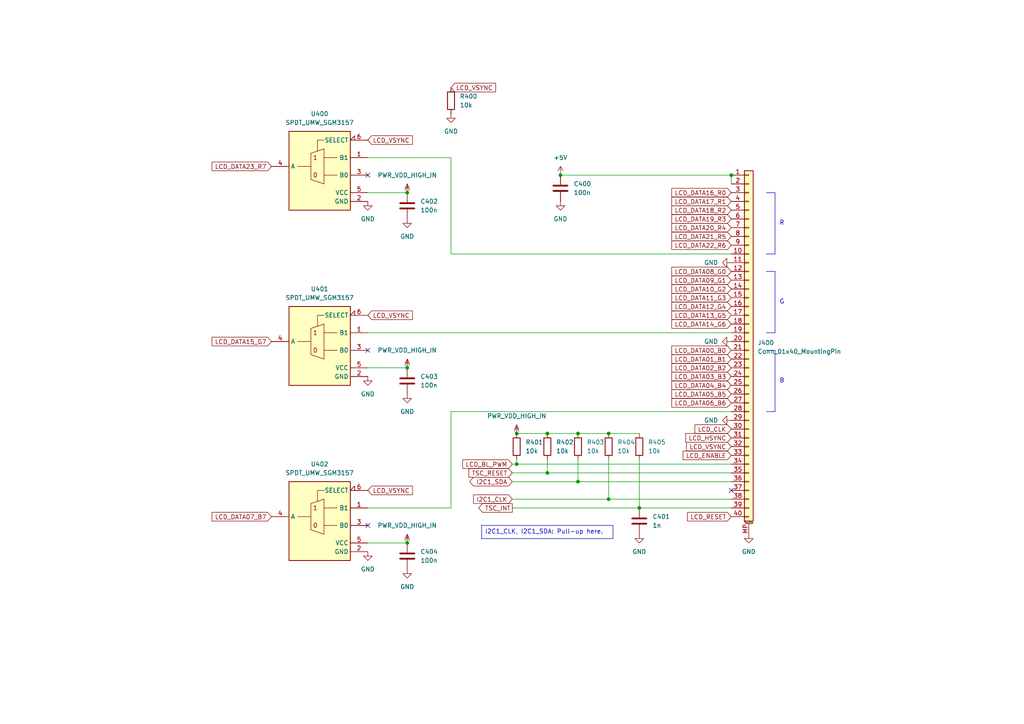
<source format=kicad_sch>
(kicad_sch
	(version 20231120)
	(generator "eeschema")
	(generator_version "8.0")
	(uuid "73870d77-5089-442f-baae-eb4f611447e8")
	(paper "A4")
	(title_block
		(title "i.MX6ULL Carrier - LCD-TSC")
		(date "2024-06-14")
		(rev "0.9.2")
	)
	(lib_symbols
		(symbol "Connector_Generic_MountingPin:Conn_01x40_MountingPin"
			(pin_names
				(offset 1.016) hide)
			(exclude_from_sim no)
			(in_bom yes)
			(on_board yes)
			(property "Reference" "J"
				(at 0 50.8 0)
				(effects
					(font
						(size 1.27 1.27)
					)
				)
			)
			(property "Value" "Conn_01x40_MountingPin"
				(at 1.27 -53.34 0)
				(effects
					(font
						(size 1.27 1.27)
					)
					(justify left)
				)
			)
			(property "Footprint" ""
				(at 0 0 0)
				(effects
					(font
						(size 1.27 1.27)
					)
					(hide yes)
				)
			)
			(property "Datasheet" "~"
				(at 0 0 0)
				(effects
					(font
						(size 1.27 1.27)
					)
					(hide yes)
				)
			)
			(property "Description" "Generic connectable mounting pin connector, single row, 01x40, script generated (kicad-library-utils/schlib/autogen/connector/)"
				(at 0 0 0)
				(effects
					(font
						(size 1.27 1.27)
					)
					(hide yes)
				)
			)
			(property "ki_keywords" "connector"
				(at 0 0 0)
				(effects
					(font
						(size 1.27 1.27)
					)
					(hide yes)
				)
			)
			(property "ki_fp_filters" "Connector*:*_1x??-1MP*"
				(at 0 0 0)
				(effects
					(font
						(size 1.27 1.27)
					)
					(hide yes)
				)
			)
			(symbol "Conn_01x40_MountingPin_1_1"
				(rectangle
					(start -1.27 -50.673)
					(end 0 -50.927)
					(stroke
						(width 0.1524)
						(type default)
					)
					(fill
						(type none)
					)
				)
				(rectangle
					(start -1.27 -48.133)
					(end 0 -48.387)
					(stroke
						(width 0.1524)
						(type default)
					)
					(fill
						(type none)
					)
				)
				(rectangle
					(start -1.27 -45.593)
					(end 0 -45.847)
					(stroke
						(width 0.1524)
						(type default)
					)
					(fill
						(type none)
					)
				)
				(rectangle
					(start -1.27 -43.053)
					(end 0 -43.307)
					(stroke
						(width 0.1524)
						(type default)
					)
					(fill
						(type none)
					)
				)
				(rectangle
					(start -1.27 -40.513)
					(end 0 -40.767)
					(stroke
						(width 0.1524)
						(type default)
					)
					(fill
						(type none)
					)
				)
				(rectangle
					(start -1.27 -37.973)
					(end 0 -38.227)
					(stroke
						(width 0.1524)
						(type default)
					)
					(fill
						(type none)
					)
				)
				(rectangle
					(start -1.27 -35.433)
					(end 0 -35.687)
					(stroke
						(width 0.1524)
						(type default)
					)
					(fill
						(type none)
					)
				)
				(rectangle
					(start -1.27 -32.893)
					(end 0 -33.147)
					(stroke
						(width 0.1524)
						(type default)
					)
					(fill
						(type none)
					)
				)
				(rectangle
					(start -1.27 -30.353)
					(end 0 -30.607)
					(stroke
						(width 0.1524)
						(type default)
					)
					(fill
						(type none)
					)
				)
				(rectangle
					(start -1.27 -27.813)
					(end 0 -28.067)
					(stroke
						(width 0.1524)
						(type default)
					)
					(fill
						(type none)
					)
				)
				(rectangle
					(start -1.27 -25.273)
					(end 0 -25.527)
					(stroke
						(width 0.1524)
						(type default)
					)
					(fill
						(type none)
					)
				)
				(rectangle
					(start -1.27 -22.733)
					(end 0 -22.987)
					(stroke
						(width 0.1524)
						(type default)
					)
					(fill
						(type none)
					)
				)
				(rectangle
					(start -1.27 -20.193)
					(end 0 -20.447)
					(stroke
						(width 0.1524)
						(type default)
					)
					(fill
						(type none)
					)
				)
				(rectangle
					(start -1.27 -17.653)
					(end 0 -17.907)
					(stroke
						(width 0.1524)
						(type default)
					)
					(fill
						(type none)
					)
				)
				(rectangle
					(start -1.27 -15.113)
					(end 0 -15.367)
					(stroke
						(width 0.1524)
						(type default)
					)
					(fill
						(type none)
					)
				)
				(rectangle
					(start -1.27 -12.573)
					(end 0 -12.827)
					(stroke
						(width 0.1524)
						(type default)
					)
					(fill
						(type none)
					)
				)
				(rectangle
					(start -1.27 -10.033)
					(end 0 -10.287)
					(stroke
						(width 0.1524)
						(type default)
					)
					(fill
						(type none)
					)
				)
				(rectangle
					(start -1.27 -7.493)
					(end 0 -7.747)
					(stroke
						(width 0.1524)
						(type default)
					)
					(fill
						(type none)
					)
				)
				(rectangle
					(start -1.27 -4.953)
					(end 0 -5.207)
					(stroke
						(width 0.1524)
						(type default)
					)
					(fill
						(type none)
					)
				)
				(rectangle
					(start -1.27 -2.413)
					(end 0 -2.667)
					(stroke
						(width 0.1524)
						(type default)
					)
					(fill
						(type none)
					)
				)
				(rectangle
					(start -1.27 0.127)
					(end 0 -0.127)
					(stroke
						(width 0.1524)
						(type default)
					)
					(fill
						(type none)
					)
				)
				(rectangle
					(start -1.27 2.667)
					(end 0 2.413)
					(stroke
						(width 0.1524)
						(type default)
					)
					(fill
						(type none)
					)
				)
				(rectangle
					(start -1.27 5.207)
					(end 0 4.953)
					(stroke
						(width 0.1524)
						(type default)
					)
					(fill
						(type none)
					)
				)
				(rectangle
					(start -1.27 7.747)
					(end 0 7.493)
					(stroke
						(width 0.1524)
						(type default)
					)
					(fill
						(type none)
					)
				)
				(rectangle
					(start -1.27 10.287)
					(end 0 10.033)
					(stroke
						(width 0.1524)
						(type default)
					)
					(fill
						(type none)
					)
				)
				(rectangle
					(start -1.27 12.827)
					(end 0 12.573)
					(stroke
						(width 0.1524)
						(type default)
					)
					(fill
						(type none)
					)
				)
				(rectangle
					(start -1.27 15.367)
					(end 0 15.113)
					(stroke
						(width 0.1524)
						(type default)
					)
					(fill
						(type none)
					)
				)
				(rectangle
					(start -1.27 17.907)
					(end 0 17.653)
					(stroke
						(width 0.1524)
						(type default)
					)
					(fill
						(type none)
					)
				)
				(rectangle
					(start -1.27 20.447)
					(end 0 20.193)
					(stroke
						(width 0.1524)
						(type default)
					)
					(fill
						(type none)
					)
				)
				(rectangle
					(start -1.27 22.987)
					(end 0 22.733)
					(stroke
						(width 0.1524)
						(type default)
					)
					(fill
						(type none)
					)
				)
				(rectangle
					(start -1.27 25.527)
					(end 0 25.273)
					(stroke
						(width 0.1524)
						(type default)
					)
					(fill
						(type none)
					)
				)
				(rectangle
					(start -1.27 28.067)
					(end 0 27.813)
					(stroke
						(width 0.1524)
						(type default)
					)
					(fill
						(type none)
					)
				)
				(rectangle
					(start -1.27 30.607)
					(end 0 30.353)
					(stroke
						(width 0.1524)
						(type default)
					)
					(fill
						(type none)
					)
				)
				(rectangle
					(start -1.27 33.147)
					(end 0 32.893)
					(stroke
						(width 0.1524)
						(type default)
					)
					(fill
						(type none)
					)
				)
				(rectangle
					(start -1.27 35.687)
					(end 0 35.433)
					(stroke
						(width 0.1524)
						(type default)
					)
					(fill
						(type none)
					)
				)
				(rectangle
					(start -1.27 38.227)
					(end 0 37.973)
					(stroke
						(width 0.1524)
						(type default)
					)
					(fill
						(type none)
					)
				)
				(rectangle
					(start -1.27 40.767)
					(end 0 40.513)
					(stroke
						(width 0.1524)
						(type default)
					)
					(fill
						(type none)
					)
				)
				(rectangle
					(start -1.27 43.307)
					(end 0 43.053)
					(stroke
						(width 0.1524)
						(type default)
					)
					(fill
						(type none)
					)
				)
				(rectangle
					(start -1.27 45.847)
					(end 0 45.593)
					(stroke
						(width 0.1524)
						(type default)
					)
					(fill
						(type none)
					)
				)
				(rectangle
					(start -1.27 48.387)
					(end 0 48.133)
					(stroke
						(width 0.1524)
						(type default)
					)
					(fill
						(type none)
					)
				)
				(rectangle
					(start -1.27 49.53)
					(end 1.27 -52.07)
					(stroke
						(width 0.254)
						(type default)
					)
					(fill
						(type background)
					)
				)
				(polyline
					(pts
						(xy -1.016 -52.832) (xy 1.016 -52.832)
					)
					(stroke
						(width 0.1524)
						(type default)
					)
					(fill
						(type none)
					)
				)
				(text "Mounting"
					(at 0 -52.451 0)
					(effects
						(font
							(size 0.381 0.381)
						)
					)
				)
				(pin passive line
					(at -5.08 48.26 0)
					(length 3.81)
					(name "Pin_1"
						(effects
							(font
								(size 1.27 1.27)
							)
						)
					)
					(number "1"
						(effects
							(font
								(size 1.27 1.27)
							)
						)
					)
				)
				(pin passive line
					(at -5.08 25.4 0)
					(length 3.81)
					(name "Pin_10"
						(effects
							(font
								(size 1.27 1.27)
							)
						)
					)
					(number "10"
						(effects
							(font
								(size 1.27 1.27)
							)
						)
					)
				)
				(pin passive line
					(at -5.08 22.86 0)
					(length 3.81)
					(name "Pin_11"
						(effects
							(font
								(size 1.27 1.27)
							)
						)
					)
					(number "11"
						(effects
							(font
								(size 1.27 1.27)
							)
						)
					)
				)
				(pin passive line
					(at -5.08 20.32 0)
					(length 3.81)
					(name "Pin_12"
						(effects
							(font
								(size 1.27 1.27)
							)
						)
					)
					(number "12"
						(effects
							(font
								(size 1.27 1.27)
							)
						)
					)
				)
				(pin passive line
					(at -5.08 17.78 0)
					(length 3.81)
					(name "Pin_13"
						(effects
							(font
								(size 1.27 1.27)
							)
						)
					)
					(number "13"
						(effects
							(font
								(size 1.27 1.27)
							)
						)
					)
				)
				(pin passive line
					(at -5.08 15.24 0)
					(length 3.81)
					(name "Pin_14"
						(effects
							(font
								(size 1.27 1.27)
							)
						)
					)
					(number "14"
						(effects
							(font
								(size 1.27 1.27)
							)
						)
					)
				)
				(pin passive line
					(at -5.08 12.7 0)
					(length 3.81)
					(name "Pin_15"
						(effects
							(font
								(size 1.27 1.27)
							)
						)
					)
					(number "15"
						(effects
							(font
								(size 1.27 1.27)
							)
						)
					)
				)
				(pin passive line
					(at -5.08 10.16 0)
					(length 3.81)
					(name "Pin_16"
						(effects
							(font
								(size 1.27 1.27)
							)
						)
					)
					(number "16"
						(effects
							(font
								(size 1.27 1.27)
							)
						)
					)
				)
				(pin passive line
					(at -5.08 7.62 0)
					(length 3.81)
					(name "Pin_17"
						(effects
							(font
								(size 1.27 1.27)
							)
						)
					)
					(number "17"
						(effects
							(font
								(size 1.27 1.27)
							)
						)
					)
				)
				(pin passive line
					(at -5.08 5.08 0)
					(length 3.81)
					(name "Pin_18"
						(effects
							(font
								(size 1.27 1.27)
							)
						)
					)
					(number "18"
						(effects
							(font
								(size 1.27 1.27)
							)
						)
					)
				)
				(pin passive line
					(at -5.08 2.54 0)
					(length 3.81)
					(name "Pin_19"
						(effects
							(font
								(size 1.27 1.27)
							)
						)
					)
					(number "19"
						(effects
							(font
								(size 1.27 1.27)
							)
						)
					)
				)
				(pin passive line
					(at -5.08 45.72 0)
					(length 3.81)
					(name "Pin_2"
						(effects
							(font
								(size 1.27 1.27)
							)
						)
					)
					(number "2"
						(effects
							(font
								(size 1.27 1.27)
							)
						)
					)
				)
				(pin passive line
					(at -5.08 0 0)
					(length 3.81)
					(name "Pin_20"
						(effects
							(font
								(size 1.27 1.27)
							)
						)
					)
					(number "20"
						(effects
							(font
								(size 1.27 1.27)
							)
						)
					)
				)
				(pin passive line
					(at -5.08 -2.54 0)
					(length 3.81)
					(name "Pin_21"
						(effects
							(font
								(size 1.27 1.27)
							)
						)
					)
					(number "21"
						(effects
							(font
								(size 1.27 1.27)
							)
						)
					)
				)
				(pin passive line
					(at -5.08 -5.08 0)
					(length 3.81)
					(name "Pin_22"
						(effects
							(font
								(size 1.27 1.27)
							)
						)
					)
					(number "22"
						(effects
							(font
								(size 1.27 1.27)
							)
						)
					)
				)
				(pin passive line
					(at -5.08 -7.62 0)
					(length 3.81)
					(name "Pin_23"
						(effects
							(font
								(size 1.27 1.27)
							)
						)
					)
					(number "23"
						(effects
							(font
								(size 1.27 1.27)
							)
						)
					)
				)
				(pin passive line
					(at -5.08 -10.16 0)
					(length 3.81)
					(name "Pin_24"
						(effects
							(font
								(size 1.27 1.27)
							)
						)
					)
					(number "24"
						(effects
							(font
								(size 1.27 1.27)
							)
						)
					)
				)
				(pin passive line
					(at -5.08 -12.7 0)
					(length 3.81)
					(name "Pin_25"
						(effects
							(font
								(size 1.27 1.27)
							)
						)
					)
					(number "25"
						(effects
							(font
								(size 1.27 1.27)
							)
						)
					)
				)
				(pin passive line
					(at -5.08 -15.24 0)
					(length 3.81)
					(name "Pin_26"
						(effects
							(font
								(size 1.27 1.27)
							)
						)
					)
					(number "26"
						(effects
							(font
								(size 1.27 1.27)
							)
						)
					)
				)
				(pin passive line
					(at -5.08 -17.78 0)
					(length 3.81)
					(name "Pin_27"
						(effects
							(font
								(size 1.27 1.27)
							)
						)
					)
					(number "27"
						(effects
							(font
								(size 1.27 1.27)
							)
						)
					)
				)
				(pin passive line
					(at -5.08 -20.32 0)
					(length 3.81)
					(name "Pin_28"
						(effects
							(font
								(size 1.27 1.27)
							)
						)
					)
					(number "28"
						(effects
							(font
								(size 1.27 1.27)
							)
						)
					)
				)
				(pin passive line
					(at -5.08 -22.86 0)
					(length 3.81)
					(name "Pin_29"
						(effects
							(font
								(size 1.27 1.27)
							)
						)
					)
					(number "29"
						(effects
							(font
								(size 1.27 1.27)
							)
						)
					)
				)
				(pin passive line
					(at -5.08 43.18 0)
					(length 3.81)
					(name "Pin_3"
						(effects
							(font
								(size 1.27 1.27)
							)
						)
					)
					(number "3"
						(effects
							(font
								(size 1.27 1.27)
							)
						)
					)
				)
				(pin passive line
					(at -5.08 -25.4 0)
					(length 3.81)
					(name "Pin_30"
						(effects
							(font
								(size 1.27 1.27)
							)
						)
					)
					(number "30"
						(effects
							(font
								(size 1.27 1.27)
							)
						)
					)
				)
				(pin passive line
					(at -5.08 -27.94 0)
					(length 3.81)
					(name "Pin_31"
						(effects
							(font
								(size 1.27 1.27)
							)
						)
					)
					(number "31"
						(effects
							(font
								(size 1.27 1.27)
							)
						)
					)
				)
				(pin passive line
					(at -5.08 -30.48 0)
					(length 3.81)
					(name "Pin_32"
						(effects
							(font
								(size 1.27 1.27)
							)
						)
					)
					(number "32"
						(effects
							(font
								(size 1.27 1.27)
							)
						)
					)
				)
				(pin passive line
					(at -5.08 -33.02 0)
					(length 3.81)
					(name "Pin_33"
						(effects
							(font
								(size 1.27 1.27)
							)
						)
					)
					(number "33"
						(effects
							(font
								(size 1.27 1.27)
							)
						)
					)
				)
				(pin passive line
					(at -5.08 -35.56 0)
					(length 3.81)
					(name "Pin_34"
						(effects
							(font
								(size 1.27 1.27)
							)
						)
					)
					(number "34"
						(effects
							(font
								(size 1.27 1.27)
							)
						)
					)
				)
				(pin passive line
					(at -5.08 -38.1 0)
					(length 3.81)
					(name "Pin_35"
						(effects
							(font
								(size 1.27 1.27)
							)
						)
					)
					(number "35"
						(effects
							(font
								(size 1.27 1.27)
							)
						)
					)
				)
				(pin passive line
					(at -5.08 -40.64 0)
					(length 3.81)
					(name "Pin_36"
						(effects
							(font
								(size 1.27 1.27)
							)
						)
					)
					(number "36"
						(effects
							(font
								(size 1.27 1.27)
							)
						)
					)
				)
				(pin passive line
					(at -5.08 -43.18 0)
					(length 3.81)
					(name "Pin_37"
						(effects
							(font
								(size 1.27 1.27)
							)
						)
					)
					(number "37"
						(effects
							(font
								(size 1.27 1.27)
							)
						)
					)
				)
				(pin passive line
					(at -5.08 -45.72 0)
					(length 3.81)
					(name "Pin_38"
						(effects
							(font
								(size 1.27 1.27)
							)
						)
					)
					(number "38"
						(effects
							(font
								(size 1.27 1.27)
							)
						)
					)
				)
				(pin passive line
					(at -5.08 -48.26 0)
					(length 3.81)
					(name "Pin_39"
						(effects
							(font
								(size 1.27 1.27)
							)
						)
					)
					(number "39"
						(effects
							(font
								(size 1.27 1.27)
							)
						)
					)
				)
				(pin passive line
					(at -5.08 40.64 0)
					(length 3.81)
					(name "Pin_4"
						(effects
							(font
								(size 1.27 1.27)
							)
						)
					)
					(number "4"
						(effects
							(font
								(size 1.27 1.27)
							)
						)
					)
				)
				(pin passive line
					(at -5.08 -50.8 0)
					(length 3.81)
					(name "Pin_40"
						(effects
							(font
								(size 1.27 1.27)
							)
						)
					)
					(number "40"
						(effects
							(font
								(size 1.27 1.27)
							)
						)
					)
				)
				(pin passive line
					(at -5.08 38.1 0)
					(length 3.81)
					(name "Pin_5"
						(effects
							(font
								(size 1.27 1.27)
							)
						)
					)
					(number "5"
						(effects
							(font
								(size 1.27 1.27)
							)
						)
					)
				)
				(pin passive line
					(at -5.08 35.56 0)
					(length 3.81)
					(name "Pin_6"
						(effects
							(font
								(size 1.27 1.27)
							)
						)
					)
					(number "6"
						(effects
							(font
								(size 1.27 1.27)
							)
						)
					)
				)
				(pin passive line
					(at -5.08 33.02 0)
					(length 3.81)
					(name "Pin_7"
						(effects
							(font
								(size 1.27 1.27)
							)
						)
					)
					(number "7"
						(effects
							(font
								(size 1.27 1.27)
							)
						)
					)
				)
				(pin passive line
					(at -5.08 30.48 0)
					(length 3.81)
					(name "Pin_8"
						(effects
							(font
								(size 1.27 1.27)
							)
						)
					)
					(number "8"
						(effects
							(font
								(size 1.27 1.27)
							)
						)
					)
				)
				(pin passive line
					(at -5.08 27.94 0)
					(length 3.81)
					(name "Pin_9"
						(effects
							(font
								(size 1.27 1.27)
							)
						)
					)
					(number "9"
						(effects
							(font
								(size 1.27 1.27)
							)
						)
					)
				)
				(pin passive line
					(at 0 -55.88 90)
					(length 3.048)
					(name "MountPin"
						(effects
							(font
								(size 1.27 1.27)
							)
						)
					)
					(number "MP"
						(effects
							(font
								(size 1.27 1.27)
							)
						)
					)
				)
			)
		)
		(symbol "Device:C"
			(pin_numbers hide)
			(pin_names
				(offset 0.254)
			)
			(exclude_from_sim no)
			(in_bom yes)
			(on_board yes)
			(property "Reference" "C"
				(at 0.635 2.54 0)
				(effects
					(font
						(size 1.27 1.27)
					)
					(justify left)
				)
			)
			(property "Value" "C"
				(at 0.635 -2.54 0)
				(effects
					(font
						(size 1.27 1.27)
					)
					(justify left)
				)
			)
			(property "Footprint" ""
				(at 0.9652 -3.81 0)
				(effects
					(font
						(size 1.27 1.27)
					)
					(hide yes)
				)
			)
			(property "Datasheet" "~"
				(at 0 0 0)
				(effects
					(font
						(size 1.27 1.27)
					)
					(hide yes)
				)
			)
			(property "Description" "Unpolarized capacitor"
				(at 0 0 0)
				(effects
					(font
						(size 1.27 1.27)
					)
					(hide yes)
				)
			)
			(property "ki_keywords" "cap capacitor"
				(at 0 0 0)
				(effects
					(font
						(size 1.27 1.27)
					)
					(hide yes)
				)
			)
			(property "ki_fp_filters" "C_*"
				(at 0 0 0)
				(effects
					(font
						(size 1.27 1.27)
					)
					(hide yes)
				)
			)
			(symbol "C_0_1"
				(polyline
					(pts
						(xy -2.032 -0.762) (xy 2.032 -0.762)
					)
					(stroke
						(width 0.508)
						(type default)
					)
					(fill
						(type none)
					)
				)
				(polyline
					(pts
						(xy -2.032 0.762) (xy 2.032 0.762)
					)
					(stroke
						(width 0.508)
						(type default)
					)
					(fill
						(type none)
					)
				)
			)
			(symbol "C_1_1"
				(pin passive line
					(at 0 3.81 270)
					(length 2.794)
					(name "~"
						(effects
							(font
								(size 1.27 1.27)
							)
						)
					)
					(number "1"
						(effects
							(font
								(size 1.27 1.27)
							)
						)
					)
				)
				(pin passive line
					(at 0 -3.81 90)
					(length 2.794)
					(name "~"
						(effects
							(font
								(size 1.27 1.27)
							)
						)
					)
					(number "2"
						(effects
							(font
								(size 1.27 1.27)
							)
						)
					)
				)
			)
		)
		(symbol "Device:R"
			(pin_numbers hide)
			(pin_names
				(offset 0)
			)
			(exclude_from_sim no)
			(in_bom yes)
			(on_board yes)
			(property "Reference" "R"
				(at 2.032 0 90)
				(effects
					(font
						(size 1.27 1.27)
					)
				)
			)
			(property "Value" "R"
				(at 0 0 90)
				(effects
					(font
						(size 1.27 1.27)
					)
				)
			)
			(property "Footprint" ""
				(at -1.778 0 90)
				(effects
					(font
						(size 1.27 1.27)
					)
					(hide yes)
				)
			)
			(property "Datasheet" "~"
				(at 0 0 0)
				(effects
					(font
						(size 1.27 1.27)
					)
					(hide yes)
				)
			)
			(property "Description" "Resistor"
				(at 0 0 0)
				(effects
					(font
						(size 1.27 1.27)
					)
					(hide yes)
				)
			)
			(property "ki_keywords" "R res resistor"
				(at 0 0 0)
				(effects
					(font
						(size 1.27 1.27)
					)
					(hide yes)
				)
			)
			(property "ki_fp_filters" "R_*"
				(at 0 0 0)
				(effects
					(font
						(size 1.27 1.27)
					)
					(hide yes)
				)
			)
			(symbol "R_0_1"
				(rectangle
					(start -1.016 -2.54)
					(end 1.016 2.54)
					(stroke
						(width 0.254)
						(type default)
					)
					(fill
						(type none)
					)
				)
			)
			(symbol "R_1_1"
				(pin passive line
					(at 0 3.81 270)
					(length 1.27)
					(name "~"
						(effects
							(font
								(size 1.27 1.27)
							)
						)
					)
					(number "1"
						(effects
							(font
								(size 1.27 1.27)
							)
						)
					)
				)
				(pin passive line
					(at 0 -3.81 90)
					(length 1.27)
					(name "~"
						(effects
							(font
								(size 1.27 1.27)
							)
						)
					)
					(number "2"
						(effects
							(font
								(size 1.27 1.27)
							)
						)
					)
				)
			)
		)
		(symbol "PWR_VDD_HIGH_IN_1"
			(power)
			(pin_numbers hide)
			(pin_names hide)
			(exclude_from_sim no)
			(in_bom no)
			(on_board no)
			(property "Reference" "#PWR_VDD_HIGH_IN"
				(at 0 0 0)
				(effects
					(font
						(size 1.27 1.27)
					)
					(hide yes)
				)
			)
			(property "Value" "PWR_VDD_HIGH_IN"
				(at 0 0 0)
				(effects
					(font
						(size 1.27 1.27)
					)
				)
			)
			(property "Footprint" ""
				(at 0 0 0)
				(effects
					(font
						(size 1.27 1.27)
					)
					(hide yes)
				)
			)
			(property "Datasheet" ""
				(at 0 0 0)
				(effects
					(font
						(size 1.27 1.27)
					)
					(hide yes)
				)
			)
			(property "Description" ""
				(at 0 0 0)
				(effects
					(font
						(size 1.27 1.27)
					)
					(hide yes)
				)
			)
			(symbol "PWR_VDD_HIGH_IN_1_0_1"
				(polyline
					(pts
						(xy -0.635 0.635) (xy 0 1.905)
					)
					(stroke
						(width 0)
						(type default)
					)
					(fill
						(type none)
					)
				)
				(polyline
					(pts
						(xy -0.635 1.27) (xy 0 2.54)
					)
					(stroke
						(width 0)
						(type default)
					)
					(fill
						(type none)
					)
				)
				(polyline
					(pts
						(xy 0 2.54) (xy 0 0)
					)
					(stroke
						(width 0)
						(type default)
					)
					(fill
						(type none)
					)
				)
				(polyline
					(pts
						(xy 0.635 0.635) (xy 0 1.905)
					)
					(stroke
						(width 0)
						(type default)
					)
					(fill
						(type none)
					)
				)
				(polyline
					(pts
						(xy 0.635 1.27) (xy 0 2.54)
					)
					(stroke
						(width 0)
						(type default)
					)
					(fill
						(type none)
					)
				)
			)
			(symbol "PWR_VDD_HIGH_IN_1_1_1"
				(pin power_in line
					(at 0 0 0)
					(length 0)
					(name ""
						(effects
							(font
								(size 1.27 1.27)
							)
						)
					)
					(number "1"
						(effects
							(font
								(size 1.27 1.27)
							)
						)
					)
				)
			)
		)
		(symbol "i.MX6ULL Carrier:SPDT_UMW_SGM3157"
			(exclude_from_sim no)
			(in_bom yes)
			(on_board yes)
			(property "Reference" "U"
				(at 0 0 0)
				(effects
					(font
						(size 1.27 1.27)
					)
				)
			)
			(property "Value" "SPDT_UMW_SGM3157"
				(at 0 15.24 0)
				(effects
					(font
						(size 1.27 1.27)
					)
				)
			)
			(property "Footprint" "Package_TO_SOT_SMD:SOT-363_SC-70-6"
				(at 0 12.7 0)
				(effects
					(font
						(size 1.27 1.27)
					)
					(hide yes)
				)
			)
			(property "Datasheet" ""
				(at 0 0 0)
				(effects
					(font
						(size 1.27 1.27)
					)
					(hide yes)
				)
			)
			(property "Description" ""
				(at 0 0 0)
				(effects
					(font
						(size 1.27 1.27)
					)
					(hide yes)
				)
			)
			(symbol "SPDT_UMW_SGM3157_0_1"
				(polyline
					(pts
						(xy -1.27 6.35) (xy -1.27 -3.81) (xy 2.54 -2.54) (xy 2.54 5.08) (xy -1.27 6.35)
					)
					(stroke
						(width 0)
						(type default)
					)
					(fill
						(type none)
					)
				)
			)
			(symbol "SPDT_UMW_SGM3157_1_1"
				(rectangle
					(start -8.89 11.43)
					(end 8.89 -11.43)
					(stroke
						(width 0.254)
						(type default)
					)
					(fill
						(type background)
					)
				)
				(polyline
					(pts
						(xy -5.08 -1.27) (xy -1.27 -1.27)
					)
					(stroke
						(width 0)
						(type default)
					)
					(fill
						(type none)
					)
				)
				(polyline
					(pts
						(xy -5.08 3.81) (xy -1.27 3.81)
					)
					(stroke
						(width 0)
						(type default)
					)
					(fill
						(type none)
					)
				)
				(polyline
					(pts
						(xy 2.54 1.27) (xy 6.35 1.27)
					)
					(stroke
						(width 0)
						(type default)
					)
					(fill
						(type none)
					)
				)
				(polyline
					(pts
						(xy -1.27 8.89) (xy 0.635 8.89) (xy 0.635 5.715)
					)
					(stroke
						(width 0)
						(type default)
					)
					(fill
						(type none)
					)
				)
				(text "0"
					(at 1.27 -1.27 0)
					(effects
						(font
							(size 1.27 1.27)
						)
					)
				)
				(text "1"
					(at 1.27 3.81 0)
					(effects
						(font
							(size 1.27 1.27)
						)
					)
				)
				(text private "SELECT:\n  L: B0 <-> A\n  H: B1 <-> A"
					(at -38.1 10.16 0)
					(effects
						(font
							(size 1.27 1.27)
						)
						(justify left top)
					)
				)
				(text_box private "SPDT_UMW_SGM3157 is a SPDT analog switch."
					(at -25.4 20.32 0)
					(size 50.8 -3.81)
					(stroke
						(width 0)
						(type default)
					)
					(fill
						(type none)
					)
					(effects
						(font
							(size 1.27 1.27)
						)
						(justify left top)
					)
				)
				(pin passive line
					(at -13.97 3.81 0)
					(length 5.08)
					(name "B1"
						(effects
							(font
								(size 1.27 1.27)
							)
						)
					)
					(number "1"
						(effects
							(font
								(size 1.27 1.27)
							)
						)
					)
				)
				(pin power_in line
					(at -13.97 -8.89 0)
					(length 5.08)
					(name "GND"
						(effects
							(font
								(size 1.27 1.27)
							)
						)
					)
					(number "2"
						(effects
							(font
								(size 1.27 1.27)
							)
						)
					)
				)
				(pin passive line
					(at -13.97 -1.27 0)
					(length 5.08)
					(name "B0"
						(effects
							(font
								(size 1.27 1.27)
							)
						)
					)
					(number "3"
						(effects
							(font
								(size 1.27 1.27)
							)
						)
					)
				)
				(pin passive line
					(at 13.97 1.27 180)
					(length 5.08)
					(name "A"
						(effects
							(font
								(size 1.27 1.27)
							)
						)
					)
					(number "4"
						(effects
							(font
								(size 1.27 1.27)
							)
						)
					)
				)
				(pin power_in line
					(at -13.97 -6.35 0)
					(length 5.08)
					(name "VCC"
						(effects
							(font
								(size 1.27 1.27)
							)
						)
					)
					(number "5"
						(effects
							(font
								(size 1.27 1.27)
							)
						)
					)
				)
				(pin input input_low
					(at -13.97 8.89 0)
					(length 5.08)
					(name "SELECT"
						(effects
							(font
								(size 1.27 1.27)
							)
						)
					)
					(number "6"
						(effects
							(font
								(size 1.27 1.27)
							)
						)
					)
				)
			)
		)
		(symbol "power:+5V"
			(power)
			(pin_numbers hide)
			(pin_names
				(offset 0) hide)
			(exclude_from_sim no)
			(in_bom yes)
			(on_board yes)
			(property "Reference" "#PWR"
				(at 0 -3.81 0)
				(effects
					(font
						(size 1.27 1.27)
					)
					(hide yes)
				)
			)
			(property "Value" "+5V"
				(at 0 3.556 0)
				(effects
					(font
						(size 1.27 1.27)
					)
				)
			)
			(property "Footprint" ""
				(at 0 0 0)
				(effects
					(font
						(size 1.27 1.27)
					)
					(hide yes)
				)
			)
			(property "Datasheet" ""
				(at 0 0 0)
				(effects
					(font
						(size 1.27 1.27)
					)
					(hide yes)
				)
			)
			(property "Description" "Power symbol creates a global label with name \"+5V\""
				(at 0 0 0)
				(effects
					(font
						(size 1.27 1.27)
					)
					(hide yes)
				)
			)
			(property "ki_keywords" "global power"
				(at 0 0 0)
				(effects
					(font
						(size 1.27 1.27)
					)
					(hide yes)
				)
			)
			(symbol "+5V_0_1"
				(polyline
					(pts
						(xy -0.762 1.27) (xy 0 2.54)
					)
					(stroke
						(width 0)
						(type default)
					)
					(fill
						(type none)
					)
				)
				(polyline
					(pts
						(xy 0 0) (xy 0 2.54)
					)
					(stroke
						(width 0)
						(type default)
					)
					(fill
						(type none)
					)
				)
				(polyline
					(pts
						(xy 0 2.54) (xy 0.762 1.27)
					)
					(stroke
						(width 0)
						(type default)
					)
					(fill
						(type none)
					)
				)
			)
			(symbol "+5V_1_1"
				(pin power_in line
					(at 0 0 90)
					(length 0)
					(name "~"
						(effects
							(font
								(size 1.27 1.27)
							)
						)
					)
					(number "1"
						(effects
							(font
								(size 1.27 1.27)
							)
						)
					)
				)
			)
		)
		(symbol "power:GND"
			(power)
			(pin_numbers hide)
			(pin_names
				(offset 0) hide)
			(exclude_from_sim no)
			(in_bom yes)
			(on_board yes)
			(property "Reference" "#PWR"
				(at 0 -6.35 0)
				(effects
					(font
						(size 1.27 1.27)
					)
					(hide yes)
				)
			)
			(property "Value" "GND"
				(at 0 -3.81 0)
				(effects
					(font
						(size 1.27 1.27)
					)
				)
			)
			(property "Footprint" ""
				(at 0 0 0)
				(effects
					(font
						(size 1.27 1.27)
					)
					(hide yes)
				)
			)
			(property "Datasheet" ""
				(at 0 0 0)
				(effects
					(font
						(size 1.27 1.27)
					)
					(hide yes)
				)
			)
			(property "Description" "Power symbol creates a global label with name \"GND\" , ground"
				(at 0 0 0)
				(effects
					(font
						(size 1.27 1.27)
					)
					(hide yes)
				)
			)
			(property "ki_keywords" "global power"
				(at 0 0 0)
				(effects
					(font
						(size 1.27 1.27)
					)
					(hide yes)
				)
			)
			(symbol "GND_0_1"
				(polyline
					(pts
						(xy 0 0) (xy 0 -1.27) (xy 1.27 -1.27) (xy 0 -2.54) (xy -1.27 -1.27) (xy 0 -1.27)
					)
					(stroke
						(width 0)
						(type default)
					)
					(fill
						(type none)
					)
				)
			)
			(symbol "GND_1_1"
				(pin power_in line
					(at 0 0 270)
					(length 0)
					(name "~"
						(effects
							(font
								(size 1.27 1.27)
							)
						)
					)
					(number "1"
						(effects
							(font
								(size 1.27 1.27)
							)
						)
					)
				)
			)
		)
	)
	(junction
		(at 162.56 50.8)
		(diameter 0)
		(color 0 0 0 0)
		(uuid "25630cdf-2f6a-40db-958b-649ad6bd8d8e")
	)
	(junction
		(at 118.11 106.68)
		(diameter 0)
		(color 0 0 0 0)
		(uuid "3091c62f-c439-4481-8434-b43c1321d532")
	)
	(junction
		(at 149.86 125.73)
		(diameter 0)
		(color 0 0 0 0)
		(uuid "3a4cf8eb-5d72-4a39-ad2a-17245e762e61")
	)
	(junction
		(at 167.64 125.73)
		(diameter 0)
		(color 0 0 0 0)
		(uuid "3f106066-961c-4020-a78e-9a56ab72ab47")
	)
	(junction
		(at 176.53 125.73)
		(diameter 0)
		(color 0 0 0 0)
		(uuid "51a46e7d-e76a-47b8-abda-dbfd603f691a")
	)
	(junction
		(at 167.64 139.7)
		(diameter 0)
		(color 0 0 0 0)
		(uuid "525a07d4-4d1f-432b-8c0a-9200679ec9bd")
	)
	(junction
		(at 185.42 147.32)
		(diameter 0)
		(color 0 0 0 0)
		(uuid "5f427889-bacc-4038-8155-08c1be989967")
	)
	(junction
		(at 158.75 125.73)
		(diameter 0)
		(color 0 0 0 0)
		(uuid "61fa6963-74fc-4c94-8c04-c7e79b73c38b")
	)
	(junction
		(at 158.75 137.16)
		(diameter 0)
		(color 0 0 0 0)
		(uuid "966f3160-6151-4ab0-bf59-e7d45bfbb1f2")
	)
	(junction
		(at 149.86 134.62)
		(diameter 0)
		(color 0 0 0 0)
		(uuid "99d7886f-6d28-4bd3-8593-15b8b58ca1cb")
	)
	(junction
		(at 176.53 144.78)
		(diameter 0)
		(color 0 0 0 0)
		(uuid "abaeb98d-9c27-46fe-a7a4-999479ebd434")
	)
	(junction
		(at 118.11 55.88)
		(diameter 0)
		(color 0 0 0 0)
		(uuid "af78a3f0-8e3e-4018-8ce1-7a8db122f6bf")
	)
	(junction
		(at 118.11 157.48)
		(diameter 0)
		(color 0 0 0 0)
		(uuid "b29c26ad-6f6b-4b40-bb28-b7301b28b1ac")
	)
	(junction
		(at 212.09 50.8)
		(diameter 0)
		(color 0 0 0 0)
		(uuid "d59fcb55-1a9a-4582-a003-956d5074ba05")
	)
	(no_connect
		(at 106.68 152.4)
		(uuid "6b6a7f94-df9e-4214-a482-e9296f50c863")
	)
	(no_connect
		(at 106.68 101.6)
		(uuid "a1609d43-2d9b-4ea2-9672-43bce0c583d1")
	)
	(no_connect
		(at 106.68 50.8)
		(uuid "beaee8bd-aef5-4300-9ccc-22c45cf846f9")
	)
	(no_connect
		(at 212.09 142.24)
		(uuid "fe903baf-0799-498b-bced-6b1614c5302b")
	)
	(wire
		(pts
			(xy 148.59 139.7) (xy 167.64 139.7)
		)
		(stroke
			(width 0)
			(type default)
		)
		(uuid "064a1171-4cdb-44f9-b08a-a2adac761c32")
	)
	(wire
		(pts
			(xy 167.64 139.7) (xy 212.09 139.7)
		)
		(stroke
			(width 0)
			(type default)
		)
		(uuid "0f4cde86-366a-4f95-8628-166f2c26c18d")
	)
	(wire
		(pts
			(xy 176.53 133.35) (xy 176.53 144.78)
		)
		(stroke
			(width 0)
			(type default)
		)
		(uuid "10cb022d-2204-4a67-9a1c-7de1465f1e59")
	)
	(wire
		(pts
			(xy 130.81 119.38) (xy 212.09 119.38)
		)
		(stroke
			(width 0)
			(type default)
		)
		(uuid "13fe29f6-02ad-43ad-81e3-5c2e8dd5e321")
	)
	(wire
		(pts
			(xy 118.11 55.88) (xy 106.68 55.88)
		)
		(stroke
			(width 0)
			(type default)
		)
		(uuid "29e042ea-b456-43fd-8cbb-00eb0223f751")
	)
	(wire
		(pts
			(xy 106.68 45.72) (xy 130.81 45.72)
		)
		(stroke
			(width 0)
			(type default)
		)
		(uuid "2cadc8f5-c723-48f7-b4c7-db907c842988")
	)
	(wire
		(pts
			(xy 149.86 125.73) (xy 158.75 125.73)
		)
		(stroke
			(width 0)
			(type default)
		)
		(uuid "31a8fc04-9e8f-4d8c-bc48-22d31755e169")
	)
	(wire
		(pts
			(xy 176.53 125.73) (xy 185.42 125.73)
		)
		(stroke
			(width 0)
			(type default)
		)
		(uuid "37808c70-5ad3-445d-a22a-d30a1321813e")
	)
	(wire
		(pts
			(xy 167.64 125.73) (xy 176.53 125.73)
		)
		(stroke
			(width 0)
			(type default)
		)
		(uuid "38a6ee0b-902d-4d7c-b1db-712644106720")
	)
	(wire
		(pts
			(xy 148.59 137.16) (xy 158.75 137.16)
		)
		(stroke
			(width 0)
			(type default)
		)
		(uuid "3d59e9a7-40e7-4c03-a039-f3a928717eee")
	)
	(wire
		(pts
			(xy 130.81 147.32) (xy 130.81 119.38)
		)
		(stroke
			(width 0)
			(type default)
		)
		(uuid "4dd63d80-a66b-4403-ad22-7b57e66289d9")
	)
	(polyline
		(pts
			(xy 222.25 73.66) (xy 224.79 73.66)
		)
		(stroke
			(width 0)
			(type default)
		)
		(uuid "4ed8b27a-b538-4585-999e-e99b28b28e7d")
	)
	(wire
		(pts
			(xy 185.42 133.35) (xy 185.42 147.32)
		)
		(stroke
			(width 0)
			(type default)
		)
		(uuid "664c878f-492a-4b18-8fa3-4cb4c07a7721")
	)
	(wire
		(pts
			(xy 149.86 134.62) (xy 212.09 134.62)
		)
		(stroke
			(width 0)
			(type default)
		)
		(uuid "7121931f-85f0-4c52-b125-f0fcc31a619f")
	)
	(polyline
		(pts
			(xy 224.79 55.88) (xy 224.79 73.66)
		)
		(stroke
			(width 0)
			(type default)
		)
		(uuid "7604941e-f32f-46a2-ac0e-89601584cae5")
	)
	(wire
		(pts
			(xy 106.68 147.32) (xy 130.81 147.32)
		)
		(stroke
			(width 0)
			(type default)
		)
		(uuid "76bf9697-243a-42f5-a23a-9edd4baf4e7f")
	)
	(wire
		(pts
			(xy 118.11 157.48) (xy 106.68 157.48)
		)
		(stroke
			(width 0)
			(type default)
		)
		(uuid "91026342-7d24-4302-ac65-011d4a613797")
	)
	(wire
		(pts
			(xy 106.68 96.52) (xy 212.09 96.52)
		)
		(stroke
			(width 0)
			(type default)
		)
		(uuid "999abc52-5063-4e3d-8b36-96e3ae6a607a")
	)
	(wire
		(pts
			(xy 148.59 144.78) (xy 176.53 144.78)
		)
		(stroke
			(width 0)
			(type default)
		)
		(uuid "99d0c7c4-42d3-4336-aa8a-60fca3dda841")
	)
	(polyline
		(pts
			(xy 224.79 101.6) (xy 224.79 119.38)
		)
		(stroke
			(width 0)
			(type default)
		)
		(uuid "9dee469e-5034-4880-95a9-d9742a2e97ae")
	)
	(wire
		(pts
			(xy 158.75 133.35) (xy 158.75 137.16)
		)
		(stroke
			(width 0)
			(type default)
		)
		(uuid "a12bf51c-9cb3-4850-b23d-7e66505f8588")
	)
	(wire
		(pts
			(xy 130.81 73.66) (xy 212.09 73.66)
		)
		(stroke
			(width 0)
			(type default)
		)
		(uuid "ab182cef-f355-4cc4-9723-b242e2d9b1d7")
	)
	(wire
		(pts
			(xy 148.59 147.32) (xy 185.42 147.32)
		)
		(stroke
			(width 0)
			(type default)
		)
		(uuid "b275096b-1349-4f8f-acb8-46b30cb8c149")
	)
	(wire
		(pts
			(xy 185.42 147.32) (xy 212.09 147.32)
		)
		(stroke
			(width 0)
			(type default)
		)
		(uuid "c41af3d1-3ba2-4a8e-a4a7-67e359ae8b42")
	)
	(wire
		(pts
			(xy 162.56 50.8) (xy 212.09 50.8)
		)
		(stroke
			(width 0)
			(type default)
		)
		(uuid "c69e8406-a2c0-4ed3-8e18-db520c1d784e")
	)
	(wire
		(pts
			(xy 167.64 133.35) (xy 167.64 139.7)
		)
		(stroke
			(width 0)
			(type default)
		)
		(uuid "cb30cdb8-96ba-44b1-8868-ba226698a23b")
	)
	(polyline
		(pts
			(xy 222.25 55.88) (xy 224.79 55.88)
		)
		(stroke
			(width 0)
			(type default)
		)
		(uuid "cd1b42a2-c783-4c06-a6d6-977207b487e2")
	)
	(wire
		(pts
			(xy 130.81 45.72) (xy 130.81 73.66)
		)
		(stroke
			(width 0)
			(type default)
		)
		(uuid "cd2695ba-1059-4c2e-9a09-1fc0c17a5ee3")
	)
	(polyline
		(pts
			(xy 222.25 96.52) (xy 224.79 96.52)
		)
		(stroke
			(width 0)
			(type default)
		)
		(uuid "cdbbc032-bef1-4c7e-a2ec-f0ad19f66a23")
	)
	(wire
		(pts
			(xy 176.53 144.78) (xy 212.09 144.78)
		)
		(stroke
			(width 0)
			(type default)
		)
		(uuid "d07096b5-0713-4f0f-8701-b25221556bbe")
	)
	(polyline
		(pts
			(xy 222.25 78.74) (xy 224.79 78.74)
		)
		(stroke
			(width 0)
			(type default)
		)
		(uuid "daf55fba-2bf5-43f5-931a-2fd4a80153ac")
	)
	(wire
		(pts
			(xy 212.09 50.8) (xy 212.09 53.34)
		)
		(stroke
			(width 0)
			(type default)
		)
		(uuid "dcfe2070-431b-4983-a90c-f0c60a5e7c00")
	)
	(wire
		(pts
			(xy 149.86 133.35) (xy 149.86 134.62)
		)
		(stroke
			(width 0)
			(type default)
		)
		(uuid "e01cabd3-f400-482b-9130-d7158e293bec")
	)
	(wire
		(pts
			(xy 118.11 106.68) (xy 106.68 106.68)
		)
		(stroke
			(width 0)
			(type default)
		)
		(uuid "e1f7cfa5-d079-4332-a4cf-6f3a5a65a374")
	)
	(polyline
		(pts
			(xy 224.79 78.74) (xy 224.79 96.52)
		)
		(stroke
			(width 0)
			(type default)
		)
		(uuid "e847847e-fa72-417d-954f-16d476368d6b")
	)
	(wire
		(pts
			(xy 158.75 125.73) (xy 167.64 125.73)
		)
		(stroke
			(width 0)
			(type default)
		)
		(uuid "e99d5124-42bc-4403-aedd-2611d0926907")
	)
	(polyline
		(pts
			(xy 222.25 101.6) (xy 224.79 101.6)
		)
		(stroke
			(width 0)
			(type default)
		)
		(uuid "eff40bb4-4008-430c-96df-77b232d927c8")
	)
	(polyline
		(pts
			(xy 222.25 119.38) (xy 224.79 119.38)
		)
		(stroke
			(width 0)
			(type default)
		)
		(uuid "f32f1021-2aee-4cd0-89af-71295bc1b30e")
	)
	(wire
		(pts
			(xy 148.59 134.62) (xy 149.86 134.62)
		)
		(stroke
			(width 0)
			(type default)
		)
		(uuid "f35a8038-3951-4146-9d6b-659a72a2211c")
	)
	(wire
		(pts
			(xy 158.75 137.16) (xy 212.09 137.16)
		)
		(stroke
			(width 0)
			(type default)
		)
		(uuid "ffd9a08a-ff74-44cf-9b00-bfae53ddcf33")
	)
	(text_box "I2C1_CLK, I2C1_SDA: Pull-up here."
		(exclude_from_sim no)
		(at 139.7 152.4 0)
		(size 38.1 3.81)
		(stroke
			(width 0)
			(type default)
		)
		(fill
			(type none)
		)
		(effects
			(font
				(size 1.27 1.27)
			)
			(justify left top)
		)
		(uuid "3663f888-a712-4136-bcbc-72fafb91e0cb")
	)
	(text "R"
		(exclude_from_sim no)
		(at 226.06 64.77 0)
		(effects
			(font
				(size 1.27 1.27)
			)
			(justify left)
		)
		(uuid "373acc45-60ea-4073-bc37-bf77611d30b7")
	)
	(text "B"
		(exclude_from_sim no)
		(at 226.06 110.49 0)
		(effects
			(font
				(size 1.27 1.27)
			)
			(justify left)
		)
		(uuid "ad6c3439-59a0-44ff-8526-f8b5ca2db2c5")
	)
	(text "G"
		(exclude_from_sim no)
		(at 226.06 87.63 0)
		(effects
			(font
				(size 1.27 1.27)
			)
			(justify left)
		)
		(uuid "e4d65256-a3d4-4256-b0ec-c50b65336543")
	)
	(global_label "LCD_DATA16_R0"
		(shape input)
		(at 212.09 55.88 180)
		(effects
			(font
				(size 1.27 1.27)
			)
			(justify right)
		)
		(uuid "02bd55c5-2db6-4694-a6c8-3f8f9f37017b")
		(property "Intersheetrefs" "${INTERSHEET_REFS}"
			(at 212.09 55.88 0)
			(effects
				(font
					(size 1.27 1.27)
				)
				(hide yes)
			)
		)
	)
	(global_label "LCD_DATA01_B1"
		(shape input)
		(at 212.09 104.14 180)
		(effects
			(font
				(size 1.27 1.27)
			)
			(justify right)
		)
		(uuid "04b2401b-89d4-48a6-b78a-797d7de4f3e2")
		(property "Intersheetrefs" "${INTERSHEET_REFS}"
			(at 212.09 104.14 0)
			(effects
				(font
					(size 1.27 1.27)
				)
				(hide yes)
			)
		)
	)
	(global_label "LCD_RESET"
		(shape input)
		(at 212.09 149.86 180)
		(effects
			(font
				(size 1.27 1.27)
			)
			(justify right)
		)
		(uuid "0823b80e-53eb-4e02-9440-2917e9b0afd7")
		(property "Intersheetrefs" "${INTERSHEET_REFS}"
			(at 212.09 149.86 0)
			(effects
				(font
					(size 1.27 1.27)
				)
				(justify left)
				(hide yes)
			)
		)
	)
	(global_label "LCD_VSYNC"
		(shape input)
		(at 106.68 91.44 0)
		(effects
			(font
				(size 1.27 1.27)
			)
			(justify left)
		)
		(uuid "0a680d6c-77da-4ab2-82b0-415de7694617")
		(property "Intersheetrefs" "${INTERSHEET_REFS}"
			(at 106.68 91.44 0)
			(effects
				(font
					(size 1.27 1.27)
				)
				(hide yes)
			)
		)
	)
	(global_label "LCD_DATA18_R2"
		(shape input)
		(at 212.09 60.96 180)
		(effects
			(font
				(size 1.27 1.27)
			)
			(justify right)
		)
		(uuid "0fed7def-4454-4346-ada1-a324b6714a7a")
		(property "Intersheetrefs" "${INTERSHEET_REFS}"
			(at 212.09 60.96 0)
			(effects
				(font
					(size 1.27 1.27)
				)
				(hide yes)
			)
		)
	)
	(global_label "LCD_DATA07_B7"
		(shape input)
		(at 78.74 149.86 180)
		(effects
			(font
				(size 1.27 1.27)
			)
			(justify right)
		)
		(uuid "2b5d2c7b-ca24-44df-9826-624857280e32")
		(property "Intersheetrefs" "${INTERSHEET_REFS}"
			(at 78.74 149.86 0)
			(effects
				(font
					(size 1.27 1.27)
				)
				(hide yes)
			)
		)
	)
	(global_label "LCD_VSYNC"
		(shape input)
		(at 212.09 129.54 180)
		(effects
			(font
				(size 1.27 1.27)
			)
			(justify right)
		)
		(uuid "2fbefbf0-e3ed-4e7b-9e21-823473d60d1d")
		(property "Intersheetrefs" "${INTERSHEET_REFS}"
			(at 212.09 129.54 0)
			(effects
				(font
					(size 1.27 1.27)
				)
				(hide yes)
			)
		)
	)
	(global_label "LCD_VSYNC"
		(shape input)
		(at 106.68 142.24 0)
		(effects
			(font
				(size 1.27 1.27)
			)
			(justify left)
		)
		(uuid "4f41f755-099f-4b6e-a47c-71de0844916a")
		(property "Intersheetrefs" "${INTERSHEET_REFS}"
			(at 106.68 142.24 0)
			(effects
				(font
					(size 1.27 1.27)
				)
				(hide yes)
			)
		)
	)
	(global_label "TSC_INT"
		(shape output)
		(at 148.59 147.32 180)
		(effects
			(font
				(size 1.27 1.27)
			)
			(justify right)
		)
		(uuid "5127020f-8237-4445-80d0-3a2ad3b46770")
		(property "Intersheetrefs" "${INTERSHEET_REFS}"
			(at 148.59 147.32 0)
			(effects
				(font
					(size 1.27 1.27)
				)
				(justify left)
				(hide yes)
			)
		)
	)
	(global_label "LCD_DATA10_G2"
		(shape input)
		(at 212.09 83.82 180)
		(effects
			(font
				(size 1.27 1.27)
			)
			(justify right)
		)
		(uuid "523862b9-d80a-4667-9560-79258678faf7")
		(property "Intersheetrefs" "${INTERSHEET_REFS}"
			(at 212.09 83.82 0)
			(effects
				(font
					(size 1.27 1.27)
				)
				(hide yes)
			)
		)
	)
	(global_label "LCD_DATA00_B0"
		(shape input)
		(at 212.09 101.6 180)
		(effects
			(font
				(size 1.27 1.27)
			)
			(justify right)
		)
		(uuid "5bea934f-456a-4640-bf7c-0887f310c17b")
		(property "Intersheetrefs" "${INTERSHEET_REFS}"
			(at 212.09 101.6 0)
			(effects
				(font
					(size 1.27 1.27)
				)
				(hide yes)
			)
		)
	)
	(global_label "LCD_DATA21_R5"
		(shape input)
		(at 212.09 68.58 180)
		(effects
			(font
				(size 1.27 1.27)
			)
			(justify right)
		)
		(uuid "5c64fc33-aa22-4959-996f-5efb105e0ea8")
		(property "Intersheetrefs" "${INTERSHEET_REFS}"
			(at 212.09 68.58 0)
			(effects
				(font
					(size 1.27 1.27)
				)
				(hide yes)
			)
		)
	)
	(global_label "LCD_ENABLE"
		(shape input)
		(at 212.09 132.08 180)
		(effects
			(font
				(size 1.27 1.27)
			)
			(justify right)
		)
		(uuid "6327ad09-2021-40d7-950b-d8cde01669c7")
		(property "Intersheetrefs" "${INTERSHEET_REFS}"
			(at 212.09 132.08 0)
			(effects
				(font
					(size 1.27 1.27)
				)
				(justify left)
				(hide yes)
			)
		)
	)
	(global_label "I2C1_SDA"
		(shape bidirectional)
		(at 148.59 139.7 180)
		(effects
			(font
				(size 1.27 1.27)
			)
			(justify right)
		)
		(uuid "6d480f7a-fda0-4487-b9b8-9cf02a728168")
		(property "Intersheetrefs" "${INTERSHEET_REFS}"
			(at 148.59 139.7 0)
			(effects
				(font
					(size 1.27 1.27)
				)
				(hide yes)
			)
		)
	)
	(global_label "LCD_DATA02_B2"
		(shape input)
		(at 212.09 106.68 180)
		(effects
			(font
				(size 1.27 1.27)
			)
			(justify right)
		)
		(uuid "6ff5a13f-a4d4-475d-a28e-fd68577cf733")
		(property "Intersheetrefs" "${INTERSHEET_REFS}"
			(at 212.09 106.68 0)
			(effects
				(font
					(size 1.27 1.27)
				)
				(hide yes)
			)
		)
	)
	(global_label "LCD_DATA13_G5"
		(shape input)
		(at 212.09 91.44 180)
		(effects
			(font
				(size 1.27 1.27)
			)
			(justify right)
		)
		(uuid "703e67f4-f7fc-4ebe-90ef-0bf44c3829ec")
		(property "Intersheetrefs" "${INTERSHEET_REFS}"
			(at 212.09 91.44 0)
			(effects
				(font
					(size 1.27 1.27)
				)
				(hide yes)
			)
		)
	)
	(global_label "LCD_DATA22_R6"
		(shape input)
		(at 212.09 71.12 180)
		(effects
			(font
				(size 1.27 1.27)
			)
			(justify right)
		)
		(uuid "70f14adb-4880-41c6-9b15-ea76bf137160")
		(property "Intersheetrefs" "${INTERSHEET_REFS}"
			(at 212.09 71.12 0)
			(effects
				(font
					(size 1.27 1.27)
				)
				(hide yes)
			)
		)
	)
	(global_label "LCD_BL_PWM"
		(shape input)
		(at 148.59 134.62 180)
		(effects
			(font
				(size 1.27 1.27)
			)
			(justify right)
		)
		(uuid "74cd4b38-6c57-4c7a-b2e4-27eeb9122dc4")
		(property "Intersheetrefs" "${INTERSHEET_REFS}"
			(at 148.59 134.62 0)
			(effects
				(font
					(size 1.27 1.27)
				)
				(justify left)
				(hide yes)
			)
		)
	)
	(global_label "LCD_DATA19_R3"
		(shape input)
		(at 212.09 63.5 180)
		(effects
			(font
				(size 1.27 1.27)
			)
			(justify right)
		)
		(uuid "7deb1b65-49e3-4f7a-9bbd-b12789d1496d")
		(property "Intersheetrefs" "${INTERSHEET_REFS}"
			(at 212.09 63.5 0)
			(effects
				(font
					(size 1.27 1.27)
				)
				(hide yes)
			)
		)
	)
	(global_label "LCD_DATA17_R1"
		(shape input)
		(at 212.09 58.42 180)
		(effects
			(font
				(size 1.27 1.27)
			)
			(justify right)
		)
		(uuid "82d77c77-80e1-4b71-bac3-39dd59831549")
		(property "Intersheetrefs" "${INTERSHEET_REFS}"
			(at 212.09 58.42 0)
			(effects
				(font
					(size 1.27 1.27)
				)
				(hide yes)
			)
		)
	)
	(global_label "LCD_DATA11_G3"
		(shape input)
		(at 212.09 86.36 180)
		(effects
			(font
				(size 1.27 1.27)
			)
			(justify right)
		)
		(uuid "8887f156-ca09-4f37-b836-859348ac9f39")
		(property "Intersheetrefs" "${INTERSHEET_REFS}"
			(at 212.09 86.36 0)
			(effects
				(font
					(size 1.27 1.27)
				)
				(hide yes)
			)
		)
	)
	(global_label "LCD_VSYNC"
		(shape input)
		(at 106.68 40.64 0)
		(effects
			(font
				(size 1.27 1.27)
			)
			(justify left)
		)
		(uuid "923994f2-1fc1-421a-bfe8-8215dfa72f3c")
		(property "Intersheetrefs" "${INTERSHEET_REFS}"
			(at 106.68 40.64 0)
			(effects
				(font
					(size 1.27 1.27)
				)
				(hide yes)
			)
		)
	)
	(global_label "LCD_DATA04_B4"
		(shape input)
		(at 212.09 111.76 180)
		(effects
			(font
				(size 1.27 1.27)
			)
			(justify right)
		)
		(uuid "94e35045-31db-434b-9d0a-8c1a9db0c739")
		(property "Intersheetrefs" "${INTERSHEET_REFS}"
			(at 212.09 111.76 0)
			(effects
				(font
					(size 1.27 1.27)
				)
				(hide yes)
			)
		)
	)
	(global_label "LCD_DATA09_G1"
		(shape input)
		(at 212.09 81.28 180)
		(effects
			(font
				(size 1.27 1.27)
			)
			(justify right)
		)
		(uuid "97a3a87e-6437-420d-bdd9-497d99906a37")
		(property "Intersheetrefs" "${INTERSHEET_REFS}"
			(at 212.09 81.28 0)
			(effects
				(font
					(size 1.27 1.27)
				)
				(hide yes)
			)
		)
	)
	(global_label "LCD_DATA23_R7"
		(shape input)
		(at 78.74 48.26 180)
		(effects
			(font
				(size 1.27 1.27)
			)
			(justify right)
		)
		(uuid "9ec39497-dd94-4313-8dab-443d0c400e49")
		(property "Intersheetrefs" "${INTERSHEET_REFS}"
			(at 78.74 48.26 0)
			(effects
				(font
					(size 1.27 1.27)
				)
				(hide yes)
			)
		)
	)
	(global_label "LCD_DATA06_B6"
		(shape input)
		(at 212.09 116.84 180)
		(effects
			(font
				(size 1.27 1.27)
			)
			(justify right)
		)
		(uuid "a25e8263-9107-4434-ab97-29ed262cd8e6")
		(property "Intersheetrefs" "${INTERSHEET_REFS}"
			(at 212.09 116.84 0)
			(effects
				(font
					(size 1.27 1.27)
				)
				(hide yes)
			)
		)
	)
	(global_label "I2C1_CLK"
		(shape input)
		(at 148.59 144.78 180)
		(effects
			(font
				(size 1.27 1.27)
			)
			(justify right)
		)
		(uuid "a597188a-5768-4196-aad9-1b9fa1f34ac8")
		(property "Intersheetrefs" "${INTERSHEET_REFS}"
			(at 148.59 144.78 0)
			(effects
				(font
					(size 1.27 1.27)
				)
				(hide yes)
			)
		)
	)
	(global_label "LCD_HSYNC"
		(shape input)
		(at 212.09 127 180)
		(effects
			(font
				(size 1.27 1.27)
			)
			(justify right)
		)
		(uuid "a9686206-b10a-4232-b176-29ca34b9cada")
		(property "Intersheetrefs" "${INTERSHEET_REFS}"
			(at 212.09 127 0)
			(effects
				(font
					(size 1.27 1.27)
				)
				(hide yes)
			)
		)
	)
	(global_label "LCD_DATA03_B3"
		(shape input)
		(at 212.09 109.22 180)
		(effects
			(font
				(size 1.27 1.27)
			)
			(justify right)
		)
		(uuid "b3ce0453-811a-42f3-97db-2976c783690f")
		(property "Intersheetrefs" "${INTERSHEET_REFS}"
			(at 212.09 109.22 0)
			(effects
				(font
					(size 1.27 1.27)
				)
				(hide yes)
			)
		)
	)
	(global_label "LCD_DATA12_G4"
		(shape input)
		(at 212.09 88.9 180)
		(effects
			(font
				(size 1.27 1.27)
			)
			(justify right)
		)
		(uuid "bb203d18-57be-42c1-8137-4a50171a678e")
		(property "Intersheetrefs" "${INTERSHEET_REFS}"
			(at 212.09 88.9 0)
			(effects
				(font
					(size 1.27 1.27)
				)
				(hide yes)
			)
		)
	)
	(global_label "LCD_DATA15_G7"
		(shape input)
		(at 78.74 99.06 180)
		(effects
			(font
				(size 1.27 1.27)
			)
			(justify right)
		)
		(uuid "bbaf5e0d-e575-41f8-bf24-e5de3d8fe295")
		(property "Intersheetrefs" "${INTERSHEET_REFS}"
			(at 78.74 99.06 0)
			(effects
				(font
					(size 1.27 1.27)
				)
				(hide yes)
			)
		)
	)
	(global_label "LCD_DATA05_B5"
		(shape input)
		(at 212.09 114.3 180)
		(effects
			(font
				(size 1.27 1.27)
			)
			(justify right)
		)
		(uuid "c7e92369-88f2-4f1a-9c00-ac5eda380de0")
		(property "Intersheetrefs" "${INTERSHEET_REFS}"
			(at 212.09 114.3 0)
			(effects
				(font
					(size 1.27 1.27)
				)
				(hide yes)
			)
		)
	)
	(global_label "TSC_RESET"
		(shape input)
		(at 148.59 137.16 180)
		(effects
			(font
				(size 1.27 1.27)
			)
			(justify right)
		)
		(uuid "cf591b2b-0ac4-481f-bcf9-074b3fef4390")
		(property "Intersheetrefs" "${INTERSHEET_REFS}"
			(at 148.59 137.16 0)
			(effects
				(font
					(size 1.27 1.27)
				)
				(justify left)
				(hide yes)
			)
		)
	)
	(global_label "LCD_DATA08_G0"
		(shape input)
		(at 212.09 78.74 180)
		(effects
			(font
				(size 1.27 1.27)
			)
			(justify right)
		)
		(uuid "df5dd96d-9c41-4810-a741-161b14ebbfe6")
		(property "Intersheetrefs" "${INTERSHEET_REFS}"
			(at 212.09 78.74 0)
			(effects
				(font
					(size 1.27 1.27)
				)
				(hide yes)
			)
		)
	)
	(global_label "LCD_VSYNC"
		(shape input)
		(at 130.81 25.4 0)
		(effects
			(font
				(size 1.27 1.27)
			)
			(justify left)
		)
		(uuid "e564fba1-077b-434b-a899-0f6003a3dff4")
		(property "Intersheetrefs" "${INTERSHEET_REFS}"
			(at 130.81 25.4 0)
			(effects
				(font
					(size 1.27 1.27)
				)
				(hide yes)
			)
		)
	)
	(global_label "LCD_DATA20_R4"
		(shape input)
		(at 212.09 66.04 180)
		(effects
			(font
				(size 1.27 1.27)
			)
			(justify right)
		)
		(uuid "eddb342c-d9e7-442b-aa2e-915213613a71")
		(property "Intersheetrefs" "${INTERSHEET_REFS}"
			(at 212.09 66.04 0)
			(effects
				(font
					(size 1.27 1.27)
				)
				(hide yes)
			)
		)
	)
	(global_label "LCD_CLK"
		(shape input)
		(at 212.09 124.46 180)
		(effects
			(font
				(size 1.27 1.27)
			)
			(justify right)
		)
		(uuid "f24d3ffd-9242-46a6-a264-180fee8276ba")
		(property "Intersheetrefs" "${INTERSHEET_REFS}"
			(at 212.09 124.46 0)
			(effects
				(font
					(size 1.27 1.27)
				)
				(justify left)
				(hide yes)
			)
		)
	)
	(global_label "LCD_DATA14_G6"
		(shape input)
		(at 212.09 93.98 180)
		(effects
			(font
				(size 1.27 1.27)
			)
			(justify right)
		)
		(uuid "fe0c16e8-faf3-4e48-8026-ec2e78b7e8e0")
		(property "Intersheetrefs" "${INTERSHEET_REFS}"
			(at 212.09 93.98 0)
			(effects
				(font
					(size 1.27 1.27)
				)
				(hide yes)
			)
		)
	)
	(symbol
		(lib_id "Device:R")
		(at 176.53 129.54 0)
		(unit 1)
		(exclude_from_sim no)
		(in_bom yes)
		(on_board yes)
		(dnp no)
		(fields_autoplaced yes)
		(uuid "043d4579-6fee-4429-89b5-25ccd018f4aa")
		(property "Reference" "R404"
			(at 179.07 128.2699 0)
			(effects
				(font
					(size 1.27 1.27)
				)
				(justify left)
			)
		)
		(property "Value" "10k"
			(at 179.07 130.8099 0)
			(effects
				(font
					(size 1.27 1.27)
				)
				(justify left)
			)
		)
		(property "Footprint" "Resistor_SMD:R_0603_1608Metric"
			(at 174.752 129.54 90)
			(effects
				(font
					(size 1.27 1.27)
				)
				(hide yes)
			)
		)
		(property "Datasheet" "~"
			(at 176.53 129.54 0)
			(effects
				(font
					(size 1.27 1.27)
				)
				(hide yes)
			)
		)
		(property "Description" "Resistor"
			(at 176.53 129.54 0)
			(effects
				(font
					(size 1.27 1.27)
				)
				(hide yes)
			)
		)
		(pin "2"
			(uuid "90a3e6df-4103-4ced-a7d1-a9147054c069")
		)
		(pin "1"
			(uuid "ffc3be07-afb1-495f-b7e7-bc29c1e373a5")
		)
		(instances
			(project "i.MX6ULL Carrier"
				(path "/b811b355-39e8-4ef4-949d-2a1589ccc51f/291dffad-3e1f-46bb-aa6e-db3c97b6285f"
					(reference "R404")
					(unit 1)
				)
			)
		)
	)
	(symbol
		(lib_id "power:GND")
		(at 212.09 99.06 270)
		(unit 1)
		(exclude_from_sim no)
		(in_bom yes)
		(on_board yes)
		(dnp no)
		(fields_autoplaced yes)
		(uuid "098e7347-4d80-48b8-99f7-0b17d9aad50f")
		(property "Reference" "#PWR0186"
			(at 205.74 99.06 0)
			(effects
				(font
					(size 1.27 1.27)
				)
				(hide yes)
			)
		)
		(property "Value" "GND"
			(at 208.28 99.0599 90)
			(effects
				(font
					(size 1.27 1.27)
				)
				(justify right)
			)
		)
		(property "Footprint" ""
			(at 212.09 99.06 0)
			(effects
				(font
					(size 1.27 1.27)
				)
				(hide yes)
			)
		)
		(property "Datasheet" ""
			(at 212.09 99.06 0)
			(effects
				(font
					(size 1.27 1.27)
				)
				(hide yes)
			)
		)
		(property "Description" "Power symbol creates a global label with name \"GND\" , ground"
			(at 212.09 99.06 0)
			(effects
				(font
					(size 1.27 1.27)
				)
				(hide yes)
			)
		)
		(pin "1"
			(uuid "14f73c04-375f-464a-8726-c285b4e632ef")
		)
		(instances
			(project "i.MX6ULL Carrier"
				(path "/b811b355-39e8-4ef4-949d-2a1589ccc51f/291dffad-3e1f-46bb-aa6e-db3c97b6285f"
					(reference "#PWR0186")
					(unit 1)
				)
			)
		)
	)
	(symbol
		(lib_name "PWR_VDD_HIGH_IN_1")
		(lib_id "i.MX6ULL Carrier:PWR_VDD_HIGH_IN")
		(at 118.11 157.48 0)
		(unit 1)
		(exclude_from_sim no)
		(in_bom no)
		(on_board no)
		(dnp no)
		(fields_autoplaced yes)
		(uuid "19418edf-6ff0-40ca-a4b2-d8e12c02ff58")
		(property "Reference" "#PWR_VDD_HIGH_IN0107"
			(at 118.11 157.48 0)
			(effects
				(font
					(size 1.27 1.27)
				)
				(hide yes)
			)
		)
		(property "Value" "PWR_VDD_HIGH_IN"
			(at 118.11 152.4 0)
			(effects
				(font
					(size 1.27 1.27)
				)
			)
		)
		(property "Footprint" ""
			(at 118.11 157.48 0)
			(effects
				(font
					(size 1.27 1.27)
				)
				(hide yes)
			)
		)
		(property "Datasheet" ""
			(at 118.11 157.48 0)
			(effects
				(font
					(size 1.27 1.27)
				)
				(hide yes)
			)
		)
		(property "Description" ""
			(at 118.11 157.48 0)
			(effects
				(font
					(size 1.27 1.27)
				)
				(hide yes)
			)
		)
		(pin "1"
			(uuid "a7a6015d-787b-4171-a449-41fee11a29b6")
		)
		(instances
			(project "i.MX6ULL Carrier"
				(path "/b811b355-39e8-4ef4-949d-2a1589ccc51f/291dffad-3e1f-46bb-aa6e-db3c97b6285f"
					(reference "#PWR_VDD_HIGH_IN0107")
					(unit 1)
				)
			)
		)
	)
	(symbol
		(lib_id "power:GND")
		(at 185.42 154.94 0)
		(unit 1)
		(exclude_from_sim no)
		(in_bom yes)
		(on_board yes)
		(dnp no)
		(fields_autoplaced yes)
		(uuid "26c98ec8-2059-4d4f-9635-07277320ebdd")
		(property "Reference" "#PWR0183"
			(at 185.42 161.29 0)
			(effects
				(font
					(size 1.27 1.27)
				)
				(hide yes)
			)
		)
		(property "Value" "GND"
			(at 185.42 160.02 0)
			(effects
				(font
					(size 1.27 1.27)
				)
			)
		)
		(property "Footprint" ""
			(at 185.42 154.94 0)
			(effects
				(font
					(size 1.27 1.27)
				)
				(hide yes)
			)
		)
		(property "Datasheet" ""
			(at 185.42 154.94 0)
			(effects
				(font
					(size 1.27 1.27)
				)
				(hide yes)
			)
		)
		(property "Description" "Power symbol creates a global label with name \"GND\" , ground"
			(at 185.42 154.94 0)
			(effects
				(font
					(size 1.27 1.27)
				)
				(hide yes)
			)
		)
		(pin "1"
			(uuid "d787d3e6-4e14-46dd-9cac-6c07980072d2")
		)
		(instances
			(project "i.MX6ULL Carrier"
				(path "/b811b355-39e8-4ef4-949d-2a1589ccc51f/291dffad-3e1f-46bb-aa6e-db3c97b6285f"
					(reference "#PWR0183")
					(unit 1)
				)
			)
		)
	)
	(symbol
		(lib_id "Device:C")
		(at 162.56 54.61 0)
		(unit 1)
		(exclude_from_sim no)
		(in_bom yes)
		(on_board yes)
		(dnp no)
		(fields_autoplaced yes)
		(uuid "29e9ce4f-faef-4d58-a953-dd714a024df5")
		(property "Reference" "C400"
			(at 166.37 53.3399 0)
			(effects
				(font
					(size 1.27 1.27)
				)
				(justify left)
			)
		)
		(property "Value" "100n"
			(at 166.37 55.8799 0)
			(effects
				(font
					(size 1.27 1.27)
				)
				(justify left)
			)
		)
		(property "Footprint" "Capacitor_SMD:C_0603_1608Metric"
			(at 163.5252 58.42 0)
			(effects
				(font
					(size 1.27 1.27)
				)
				(hide yes)
			)
		)
		(property "Datasheet" "~"
			(at 162.56 54.61 0)
			(effects
				(font
					(size 1.27 1.27)
				)
				(hide yes)
			)
		)
		(property "Description" "Unpolarized capacitor"
			(at 162.56 54.61 0)
			(effects
				(font
					(size 1.27 1.27)
				)
				(hide yes)
			)
		)
		(pin "1"
			(uuid "a9127951-8485-4efd-a707-ce6dbd3f5d0b")
		)
		(pin "2"
			(uuid "3726571b-62ed-48e8-ad6a-f8935d996b24")
		)
		(instances
			(project "i.MX6ULL Carrier"
				(path "/b811b355-39e8-4ef4-949d-2a1589ccc51f/291dffad-3e1f-46bb-aa6e-db3c97b6285f"
					(reference "C400")
					(unit 1)
				)
			)
		)
	)
	(symbol
		(lib_id "power:GND")
		(at 217.17 154.94 0)
		(unit 1)
		(exclude_from_sim no)
		(in_bom yes)
		(on_board yes)
		(dnp no)
		(fields_autoplaced yes)
		(uuid "2b40e524-9c37-4cc0-bb5a-3c7d98010944")
		(property "Reference" "#PWR0182"
			(at 217.17 161.29 0)
			(effects
				(font
					(size 1.27 1.27)
				)
				(hide yes)
			)
		)
		(property "Value" "GND"
			(at 217.17 160.02 0)
			(effects
				(font
					(size 1.27 1.27)
				)
			)
		)
		(property "Footprint" ""
			(at 217.17 154.94 0)
			(effects
				(font
					(size 1.27 1.27)
				)
				(hide yes)
			)
		)
		(property "Datasheet" ""
			(at 217.17 154.94 0)
			(effects
				(font
					(size 1.27 1.27)
				)
				(hide yes)
			)
		)
		(property "Description" "Power symbol creates a global label with name \"GND\" , ground"
			(at 217.17 154.94 0)
			(effects
				(font
					(size 1.27 1.27)
				)
				(hide yes)
			)
		)
		(pin "1"
			(uuid "76bfe51f-dc19-4f66-869c-4432eb68b6a7")
		)
		(instances
			(project "i.MX6ULL Carrier"
				(path "/b811b355-39e8-4ef4-949d-2a1589ccc51f/291dffad-3e1f-46bb-aa6e-db3c97b6285f"
					(reference "#PWR0182")
					(unit 1)
				)
			)
		)
	)
	(symbol
		(lib_id "power:GND")
		(at 118.11 63.5 0)
		(mirror y)
		(unit 1)
		(exclude_from_sim no)
		(in_bom yes)
		(on_board yes)
		(dnp no)
		(uuid "2f319e32-8a76-451c-af6f-9b9ab1930dcf")
		(property "Reference" "#PWR0188"
			(at 118.11 69.85 0)
			(effects
				(font
					(size 1.27 1.27)
				)
				(hide yes)
			)
		)
		(property "Value" "GND"
			(at 118.11 68.58 0)
			(effects
				(font
					(size 1.27 1.27)
				)
			)
		)
		(property "Footprint" ""
			(at 118.11 63.5 0)
			(effects
				(font
					(size 1.27 1.27)
				)
				(hide yes)
			)
		)
		(property "Datasheet" ""
			(at 118.11 63.5 0)
			(effects
				(font
					(size 1.27 1.27)
				)
				(hide yes)
			)
		)
		(property "Description" "Power symbol creates a global label with name \"GND\" , ground"
			(at 118.11 63.5 0)
			(effects
				(font
					(size 1.27 1.27)
				)
				(hide yes)
			)
		)
		(pin "1"
			(uuid "f411a8f9-b330-4b06-8cda-432c60029429")
		)
		(instances
			(project "i.MX6ULL Carrier"
				(path "/b811b355-39e8-4ef4-949d-2a1589ccc51f/291dffad-3e1f-46bb-aa6e-db3c97b6285f"
					(reference "#PWR0188")
					(unit 1)
				)
			)
		)
	)
	(symbol
		(lib_id "Device:R")
		(at 149.86 129.54 0)
		(unit 1)
		(exclude_from_sim no)
		(in_bom yes)
		(on_board yes)
		(dnp no)
		(fields_autoplaced yes)
		(uuid "33f672b0-c822-431e-893f-4e2d48424263")
		(property "Reference" "R401"
			(at 152.4 128.2699 0)
			(effects
				(font
					(size 1.27 1.27)
				)
				(justify left)
			)
		)
		(property "Value" "10k"
			(at 152.4 130.8099 0)
			(effects
				(font
					(size 1.27 1.27)
				)
				(justify left)
			)
		)
		(property "Footprint" "Resistor_SMD:R_0603_1608Metric"
			(at 148.082 129.54 90)
			(effects
				(font
					(size 1.27 1.27)
				)
				(hide yes)
			)
		)
		(property "Datasheet" "~"
			(at 149.86 129.54 0)
			(effects
				(font
					(size 1.27 1.27)
				)
				(hide yes)
			)
		)
		(property "Description" "Resistor"
			(at 149.86 129.54 0)
			(effects
				(font
					(size 1.27 1.27)
				)
				(hide yes)
			)
		)
		(pin "2"
			(uuid "a94aca85-3431-4265-b2ce-739dbcdb19bc")
		)
		(pin "1"
			(uuid "936e5d74-f009-43e1-a8cd-9927622c8bde")
		)
		(instances
			(project "i.MX6ULL Carrier"
				(path "/b811b355-39e8-4ef4-949d-2a1589ccc51f/291dffad-3e1f-46bb-aa6e-db3c97b6285f"
					(reference "R401")
					(unit 1)
				)
			)
		)
	)
	(symbol
		(lib_id "power:GND")
		(at 162.56 58.42 0)
		(unit 1)
		(exclude_from_sim no)
		(in_bom yes)
		(on_board yes)
		(dnp no)
		(fields_autoplaced yes)
		(uuid "37993dad-1468-454b-a9dd-2538c82ca86f")
		(property "Reference" "#PWR0184"
			(at 162.56 64.77 0)
			(effects
				(font
					(size 1.27 1.27)
				)
				(hide yes)
			)
		)
		(property "Value" "GND"
			(at 162.56 63.5 0)
			(effects
				(font
					(size 1.27 1.27)
				)
			)
		)
		(property "Footprint" ""
			(at 162.56 58.42 0)
			(effects
				(font
					(size 1.27 1.27)
				)
				(hide yes)
			)
		)
		(property "Datasheet" ""
			(at 162.56 58.42 0)
			(effects
				(font
					(size 1.27 1.27)
				)
				(hide yes)
			)
		)
		(property "Description" "Power symbol creates a global label with name \"GND\" , ground"
			(at 162.56 58.42 0)
			(effects
				(font
					(size 1.27 1.27)
				)
				(hide yes)
			)
		)
		(pin "1"
			(uuid "cfed9412-dd4d-4e21-a6cf-4a1d92ac3a73")
		)
		(instances
			(project "i.MX6ULL Carrier"
				(path "/b811b355-39e8-4ef4-949d-2a1589ccc51f/291dffad-3e1f-46bb-aa6e-db3c97b6285f"
					(reference "#PWR0184")
					(unit 1)
				)
			)
		)
	)
	(symbol
		(lib_name "PWR_VDD_HIGH_IN_1")
		(lib_id "i.MX6ULL Carrier:PWR_VDD_HIGH_IN")
		(at 118.11 55.88 0)
		(unit 1)
		(exclude_from_sim no)
		(in_bom no)
		(on_board no)
		(dnp no)
		(fields_autoplaced yes)
		(uuid "37d8bd2b-8d1a-422f-b099-b61b9afdf52c")
		(property "Reference" "#PWR_VDD_HIGH_IN0109"
			(at 118.11 55.88 0)
			(effects
				(font
					(size 1.27 1.27)
				)
				(hide yes)
			)
		)
		(property "Value" "PWR_VDD_HIGH_IN"
			(at 118.11 50.8 0)
			(effects
				(font
					(size 1.27 1.27)
				)
			)
		)
		(property "Footprint" ""
			(at 118.11 55.88 0)
			(effects
				(font
					(size 1.27 1.27)
				)
				(hide yes)
			)
		)
		(property "Datasheet" ""
			(at 118.11 55.88 0)
			(effects
				(font
					(size 1.27 1.27)
				)
				(hide yes)
			)
		)
		(property "Description" ""
			(at 118.11 55.88 0)
			(effects
				(font
					(size 1.27 1.27)
				)
				(hide yes)
			)
		)
		(pin "1"
			(uuid "0c03a086-3a49-45fa-b09c-7423c3841b5a")
		)
		(instances
			(project "i.MX6ULL Carrier"
				(path "/b811b355-39e8-4ef4-949d-2a1589ccc51f/291dffad-3e1f-46bb-aa6e-db3c97b6285f"
					(reference "#PWR_VDD_HIGH_IN0109")
					(unit 1)
				)
			)
		)
	)
	(symbol
		(lib_id "i.MX6ULL Carrier:SPDT_UMW_SGM3157")
		(at 92.71 49.53 0)
		(mirror y)
		(unit 1)
		(exclude_from_sim no)
		(in_bom yes)
		(on_board yes)
		(dnp no)
		(fields_autoplaced yes)
		(uuid "3e85b949-9340-4539-ac3c-27ad7b84004a")
		(property "Reference" "U400"
			(at 92.71 33.02 0)
			(effects
				(font
					(size 1.27 1.27)
				)
			)
		)
		(property "Value" "SPDT_UMW_SGM3157"
			(at 92.71 35.56 0)
			(effects
				(font
					(size 1.27 1.27)
				)
			)
		)
		(property "Footprint" "Package_TO_SOT_SMD:SOT-363_SC-70-6"
			(at 92.71 36.83 0)
			(effects
				(font
					(size 1.27 1.27)
				)
				(hide yes)
			)
		)
		(property "Datasheet" ""
			(at 92.71 49.53 0)
			(effects
				(font
					(size 1.27 1.27)
				)
				(hide yes)
			)
		)
		(property "Description" ""
			(at 92.71 49.53 0)
			(effects
				(font
					(size 1.27 1.27)
				)
				(hide yes)
			)
		)
		(pin "1"
			(uuid "862598fe-f757-462e-a088-20fa27947d15")
		)
		(pin "4"
			(uuid "7c985b9d-3deb-42a1-a2dd-34351c96332d")
		)
		(pin "5"
			(uuid "bd40efa3-ad81-427e-96cd-860d63816ee2")
		)
		(pin "2"
			(uuid "7cb97455-0cfd-4097-8e35-9d90dbc7b379")
		)
		(pin "3"
			(uuid "20d9fd09-b832-4e25-8eae-1e93c38b1b45")
		)
		(pin "6"
			(uuid "f01c0e5e-b813-4315-9dc6-b87c074c3f33")
		)
		(instances
			(project "i.MX6ULL Carrier"
				(path "/b811b355-39e8-4ef4-949d-2a1589ccc51f/291dffad-3e1f-46bb-aa6e-db3c97b6285f"
					(reference "U400")
					(unit 1)
				)
			)
		)
	)
	(symbol
		(lib_id "power:GND")
		(at 106.68 58.42 0)
		(mirror y)
		(unit 1)
		(exclude_from_sim no)
		(in_bom yes)
		(on_board yes)
		(dnp no)
		(uuid "571ea31e-3360-42c8-9943-ac185085f9b0")
		(property "Reference" "#PWR0189"
			(at 106.68 64.77 0)
			(effects
				(font
					(size 1.27 1.27)
				)
				(hide yes)
			)
		)
		(property "Value" "GND"
			(at 106.68 63.5 0)
			(effects
				(font
					(size 1.27 1.27)
				)
			)
		)
		(property "Footprint" ""
			(at 106.68 58.42 0)
			(effects
				(font
					(size 1.27 1.27)
				)
				(hide yes)
			)
		)
		(property "Datasheet" ""
			(at 106.68 58.42 0)
			(effects
				(font
					(size 1.27 1.27)
				)
				(hide yes)
			)
		)
		(property "Description" "Power symbol creates a global label with name \"GND\" , ground"
			(at 106.68 58.42 0)
			(effects
				(font
					(size 1.27 1.27)
				)
				(hide yes)
			)
		)
		(pin "1"
			(uuid "47d886d9-3d64-4b14-b873-66eafde2a7c3")
		)
		(instances
			(project "i.MX6ULL Carrier"
				(path "/b811b355-39e8-4ef4-949d-2a1589ccc51f/291dffad-3e1f-46bb-aa6e-db3c97b6285f"
					(reference "#PWR0189")
					(unit 1)
				)
			)
		)
	)
	(symbol
		(lib_id "Device:C")
		(at 118.11 161.29 0)
		(mirror y)
		(unit 1)
		(exclude_from_sim no)
		(in_bom yes)
		(on_board yes)
		(dnp no)
		(fields_autoplaced yes)
		(uuid "5bf6bcee-bc51-4f44-a5ad-a18cbbbeb9a5")
		(property "Reference" "C404"
			(at 121.92 160.0199 0)
			(effects
				(font
					(size 1.27 1.27)
				)
				(justify right)
			)
		)
		(property "Value" "100n"
			(at 121.92 162.5599 0)
			(effects
				(font
					(size 1.27 1.27)
				)
				(justify right)
			)
		)
		(property "Footprint" "Capacitor_SMD:C_0603_1608Metric"
			(at 117.1448 165.1 0)
			(effects
				(font
					(size 1.27 1.27)
				)
				(hide yes)
			)
		)
		(property "Datasheet" "~"
			(at 118.11 161.29 0)
			(effects
				(font
					(size 1.27 1.27)
				)
				(hide yes)
			)
		)
		(property "Description" "Unpolarized capacitor"
			(at 118.11 161.29 0)
			(effects
				(font
					(size 1.27 1.27)
				)
				(hide yes)
			)
		)
		(pin "1"
			(uuid "727d6311-3ca6-4c10-b6a3-ff753a80eed9")
		)
		(pin "2"
			(uuid "fff3a1bf-f8a3-4017-b0e3-292893c1d831")
		)
		(instances
			(project "i.MX6ULL Carrier"
				(path "/b811b355-39e8-4ef4-949d-2a1589ccc51f/291dffad-3e1f-46bb-aa6e-db3c97b6285f"
					(reference "C404")
					(unit 1)
				)
			)
		)
	)
	(symbol
		(lib_id "Device:R")
		(at 167.64 129.54 0)
		(unit 1)
		(exclude_from_sim no)
		(in_bom yes)
		(on_board yes)
		(dnp no)
		(fields_autoplaced yes)
		(uuid "61186f82-d98f-4715-8ecd-b9a8655fbeb8")
		(property "Reference" "R403"
			(at 170.18 128.2699 0)
			(effects
				(font
					(size 1.27 1.27)
				)
				(justify left)
			)
		)
		(property "Value" "10k"
			(at 170.18 130.8099 0)
			(effects
				(font
					(size 1.27 1.27)
				)
				(justify left)
			)
		)
		(property "Footprint" "Resistor_SMD:R_0603_1608Metric"
			(at 165.862 129.54 90)
			(effects
				(font
					(size 1.27 1.27)
				)
				(hide yes)
			)
		)
		(property "Datasheet" "~"
			(at 167.64 129.54 0)
			(effects
				(font
					(size 1.27 1.27)
				)
				(hide yes)
			)
		)
		(property "Description" "Resistor"
			(at 167.64 129.54 0)
			(effects
				(font
					(size 1.27 1.27)
				)
				(hide yes)
			)
		)
		(pin "2"
			(uuid "00435b13-3ce6-4b0d-978c-63600e18e106")
		)
		(pin "1"
			(uuid "94cd271a-8571-4104-a8b9-f36bf0ca40b5")
		)
		(instances
			(project "i.MX6ULL Carrier"
				(path "/b811b355-39e8-4ef4-949d-2a1589ccc51f/291dffad-3e1f-46bb-aa6e-db3c97b6285f"
					(reference "R403")
					(unit 1)
				)
			)
		)
	)
	(symbol
		(lib_id "power:GND")
		(at 212.09 121.92 270)
		(unit 1)
		(exclude_from_sim no)
		(in_bom yes)
		(on_board yes)
		(dnp no)
		(fields_autoplaced yes)
		(uuid "701e4504-ae0b-4d32-b878-f21ceae021e3")
		(property "Reference" "#PWR0187"
			(at 205.74 121.92 0)
			(effects
				(font
					(size 1.27 1.27)
				)
				(hide yes)
			)
		)
		(property "Value" "GND"
			(at 208.28 121.9199 90)
			(effects
				(font
					(size 1.27 1.27)
				)
				(justify right)
			)
		)
		(property "Footprint" ""
			(at 212.09 121.92 0)
			(effects
				(font
					(size 1.27 1.27)
				)
				(hide yes)
			)
		)
		(property "Datasheet" ""
			(at 212.09 121.92 0)
			(effects
				(font
					(size 1.27 1.27)
				)
				(hide yes)
			)
		)
		(property "Description" "Power symbol creates a global label with name \"GND\" , ground"
			(at 212.09 121.92 0)
			(effects
				(font
					(size 1.27 1.27)
				)
				(hide yes)
			)
		)
		(pin "1"
			(uuid "bcd8fd16-18e1-4827-b564-f7dd6ca2c93a")
		)
		(instances
			(project "i.MX6ULL Carrier"
				(path "/b811b355-39e8-4ef4-949d-2a1589ccc51f/291dffad-3e1f-46bb-aa6e-db3c97b6285f"
					(reference "#PWR0187")
					(unit 1)
				)
			)
		)
	)
	(symbol
		(lib_id "Device:C")
		(at 118.11 110.49 0)
		(mirror y)
		(unit 1)
		(exclude_from_sim no)
		(in_bom yes)
		(on_board yes)
		(dnp no)
		(fields_autoplaced yes)
		(uuid "7198b19d-921c-4245-9293-461f295084f3")
		(property "Reference" "C403"
			(at 121.92 109.2199 0)
			(effects
				(font
					(size 1.27 1.27)
				)
				(justify right)
			)
		)
		(property "Value" "100n"
			(at 121.92 111.7599 0)
			(effects
				(font
					(size 1.27 1.27)
				)
				(justify right)
			)
		)
		(property "Footprint" "Capacitor_SMD:C_0603_1608Metric"
			(at 117.1448 114.3 0)
			(effects
				(font
					(size 1.27 1.27)
				)
				(hide yes)
			)
		)
		(property "Datasheet" "~"
			(at 118.11 110.49 0)
			(effects
				(font
					(size 1.27 1.27)
				)
				(hide yes)
			)
		)
		(property "Description" "Unpolarized capacitor"
			(at 118.11 110.49 0)
			(effects
				(font
					(size 1.27 1.27)
				)
				(hide yes)
			)
		)
		(pin "1"
			(uuid "35650781-7bbd-43c7-b1ec-85f0dfca5773")
		)
		(pin "2"
			(uuid "3e789aaa-12a2-4f39-a05f-789e75bb9445")
		)
		(instances
			(project "i.MX6ULL Carrier"
				(path "/b811b355-39e8-4ef4-949d-2a1589ccc51f/291dffad-3e1f-46bb-aa6e-db3c97b6285f"
					(reference "C403")
					(unit 1)
				)
			)
		)
	)
	(symbol
		(lib_id "i.MX6ULL Carrier:SPDT_UMW_SGM3157")
		(at 92.71 151.13 0)
		(mirror y)
		(unit 1)
		(exclude_from_sim no)
		(in_bom yes)
		(on_board yes)
		(dnp no)
		(fields_autoplaced yes)
		(uuid "82b5fde2-6cf7-4dad-86c2-457397681bc6")
		(property "Reference" "U402"
			(at 92.71 134.62 0)
			(effects
				(font
					(size 1.27 1.27)
				)
			)
		)
		(property "Value" "SPDT_UMW_SGM3157"
			(at 92.71 137.16 0)
			(effects
				(font
					(size 1.27 1.27)
				)
			)
		)
		(property "Footprint" "Package_TO_SOT_SMD:SOT-363_SC-70-6"
			(at 92.71 138.43 0)
			(effects
				(font
					(size 1.27 1.27)
				)
				(hide yes)
			)
		)
		(property "Datasheet" ""
			(at 92.71 151.13 0)
			(effects
				(font
					(size 1.27 1.27)
				)
				(hide yes)
			)
		)
		(property "Description" ""
			(at 92.71 151.13 0)
			(effects
				(font
					(size 1.27 1.27)
				)
				(hide yes)
			)
		)
		(pin "1"
			(uuid "9392dcdf-2428-4682-9871-552c777c25ab")
		)
		(pin "4"
			(uuid "ae62a587-1ef9-41b2-b760-ee98044ca486")
		)
		(pin "5"
			(uuid "1adc3d36-bc27-4984-8854-e4b1747eb36b")
		)
		(pin "2"
			(uuid "a27c0e33-038d-4751-a8fc-a6a1c11884cf")
		)
		(pin "3"
			(uuid "8513b1a9-9b81-42c5-b12a-92d842aac417")
		)
		(pin "6"
			(uuid "c0d47531-7800-44be-a121-af984224d625")
		)
		(instances
			(project "i.MX6ULL Carrier"
				(path "/b811b355-39e8-4ef4-949d-2a1589ccc51f/291dffad-3e1f-46bb-aa6e-db3c97b6285f"
					(reference "U402")
					(unit 1)
				)
			)
		)
	)
	(symbol
		(lib_name "PWR_VDD_HIGH_IN_1")
		(lib_id "i.MX6ULL Carrier:PWR_VDD_HIGH_IN")
		(at 149.86 125.73 0)
		(unit 1)
		(exclude_from_sim no)
		(in_bom no)
		(on_board no)
		(dnp no)
		(fields_autoplaced yes)
		(uuid "8603a5bc-374e-4331-8917-b28cdab88e5f")
		(property "Reference" "#PWR_VDD_HIGH_IN0108"
			(at 149.86 125.73 0)
			(effects
				(font
					(size 1.27 1.27)
				)
				(hide yes)
			)
		)
		(property "Value" "PWR_VDD_HIGH_IN"
			(at 149.86 120.65 0)
			(effects
				(font
					(size 1.27 1.27)
				)
			)
		)
		(property "Footprint" ""
			(at 149.86 125.73 0)
			(effects
				(font
					(size 1.27 1.27)
				)
				(hide yes)
			)
		)
		(property "Datasheet" ""
			(at 149.86 125.73 0)
			(effects
				(font
					(size 1.27 1.27)
				)
				(hide yes)
			)
		)
		(property "Description" ""
			(at 149.86 125.73 0)
			(effects
				(font
					(size 1.27 1.27)
				)
				(hide yes)
			)
		)
		(pin "1"
			(uuid "e2b52bbe-7ddb-43cc-9d92-1f073aad0e06")
		)
		(instances
			(project "i.MX6ULL Carrier"
				(path "/b811b355-39e8-4ef4-949d-2a1589ccc51f/291dffad-3e1f-46bb-aa6e-db3c97b6285f"
					(reference "#PWR_VDD_HIGH_IN0108")
					(unit 1)
				)
			)
		)
	)
	(symbol
		(lib_id "power:GND")
		(at 212.09 76.2 270)
		(unit 1)
		(exclude_from_sim no)
		(in_bom yes)
		(on_board yes)
		(dnp no)
		(fields_autoplaced yes)
		(uuid "8d437ad0-59c0-48f9-b99b-d84fd20ccef7")
		(property "Reference" "#PWR0185"
			(at 205.74 76.2 0)
			(effects
				(font
					(size 1.27 1.27)
				)
				(hide yes)
			)
		)
		(property "Value" "GND"
			(at 208.28 76.1999 90)
			(effects
				(font
					(size 1.27 1.27)
				)
				(justify right)
			)
		)
		(property "Footprint" ""
			(at 212.09 76.2 0)
			(effects
				(font
					(size 1.27 1.27)
				)
				(hide yes)
			)
		)
		(property "Datasheet" ""
			(at 212.09 76.2 0)
			(effects
				(font
					(size 1.27 1.27)
				)
				(hide yes)
			)
		)
		(property "Description" "Power symbol creates a global label with name \"GND\" , ground"
			(at 212.09 76.2 0)
			(effects
				(font
					(size 1.27 1.27)
				)
				(hide yes)
			)
		)
		(pin "1"
			(uuid "a0bac258-8b08-4189-a9dc-609b883579b9")
		)
		(instances
			(project "i.MX6ULL Carrier"
				(path "/b811b355-39e8-4ef4-949d-2a1589ccc51f/291dffad-3e1f-46bb-aa6e-db3c97b6285f"
					(reference "#PWR0185")
					(unit 1)
				)
			)
		)
	)
	(symbol
		(lib_id "power:+5V")
		(at 162.56 50.8 0)
		(unit 1)
		(exclude_from_sim no)
		(in_bom yes)
		(on_board yes)
		(dnp no)
		(fields_autoplaced yes)
		(uuid "8dad9433-3ab3-44ed-9893-e6a578051213")
		(property "Reference" "#PWR0191"
			(at 162.56 54.61 0)
			(effects
				(font
					(size 1.27 1.27)
				)
				(hide yes)
			)
		)
		(property "Value" "+5V"
			(at 162.56 45.72 0)
			(effects
				(font
					(size 1.27 1.27)
				)
			)
		)
		(property "Footprint" ""
			(at 162.56 50.8 0)
			(effects
				(font
					(size 1.27 1.27)
				)
				(hide yes)
			)
		)
		(property "Datasheet" ""
			(at 162.56 50.8 0)
			(effects
				(font
					(size 1.27 1.27)
				)
				(hide yes)
			)
		)
		(property "Description" "Power symbol creates a global label with name \"+5V\""
			(at 162.56 50.8 0)
			(effects
				(font
					(size 1.27 1.27)
				)
				(hide yes)
			)
		)
		(pin "1"
			(uuid "7b402bd1-28c3-43d1-8264-5c5b0b337ab7")
		)
		(instances
			(project "i.MX6ULL Carrier"
				(path "/b811b355-39e8-4ef4-949d-2a1589ccc51f/291dffad-3e1f-46bb-aa6e-db3c97b6285f"
					(reference "#PWR0191")
					(unit 1)
				)
			)
		)
	)
	(symbol
		(lib_id "Device:R")
		(at 158.75 129.54 0)
		(unit 1)
		(exclude_from_sim no)
		(in_bom yes)
		(on_board yes)
		(dnp no)
		(fields_autoplaced yes)
		(uuid "941c1785-4771-457d-ab13-4abe2ff8c1f4")
		(property "Reference" "R402"
			(at 161.29 128.2699 0)
			(effects
				(font
					(size 1.27 1.27)
				)
				(justify left)
			)
		)
		(property "Value" "10k"
			(at 161.29 130.8099 0)
			(effects
				(font
					(size 1.27 1.27)
				)
				(justify left)
			)
		)
		(property "Footprint" "Resistor_SMD:R_0603_1608Metric"
			(at 156.972 129.54 90)
			(effects
				(font
					(size 1.27 1.27)
				)
				(hide yes)
			)
		)
		(property "Datasheet" "~"
			(at 158.75 129.54 0)
			(effects
				(font
					(size 1.27 1.27)
				)
				(hide yes)
			)
		)
		(property "Description" "Resistor"
			(at 158.75 129.54 0)
			(effects
				(font
					(size 1.27 1.27)
				)
				(hide yes)
			)
		)
		(pin "2"
			(uuid "cf6104d5-1c82-4687-8a84-afd1aa6a20ed")
		)
		(pin "1"
			(uuid "a35d5074-cb14-4961-bdaf-6d9467d115c9")
		)
		(instances
			(project "i.MX6ULL Carrier"
				(path "/b811b355-39e8-4ef4-949d-2a1589ccc51f/291dffad-3e1f-46bb-aa6e-db3c97b6285f"
					(reference "R402")
					(unit 1)
				)
			)
		)
	)
	(symbol
		(lib_name "PWR_VDD_HIGH_IN_1")
		(lib_id "i.MX6ULL Carrier:PWR_VDD_HIGH_IN")
		(at 118.11 106.68 0)
		(unit 1)
		(exclude_from_sim no)
		(in_bom no)
		(on_board no)
		(dnp no)
		(fields_autoplaced yes)
		(uuid "941fde56-a8a1-4bc6-9b4c-f6afae0dead0")
		(property "Reference" "#PWR_VDD_HIGH_IN0106"
			(at 118.11 106.68 0)
			(effects
				(font
					(size 1.27 1.27)
				)
				(hide yes)
			)
		)
		(property "Value" "PWR_VDD_HIGH_IN"
			(at 118.11 101.6 0)
			(effects
				(font
					(size 1.27 1.27)
				)
			)
		)
		(property "Footprint" ""
			(at 118.11 106.68 0)
			(effects
				(font
					(size 1.27 1.27)
				)
				(hide yes)
			)
		)
		(property "Datasheet" ""
			(at 118.11 106.68 0)
			(effects
				(font
					(size 1.27 1.27)
				)
				(hide yes)
			)
		)
		(property "Description" ""
			(at 118.11 106.68 0)
			(effects
				(font
					(size 1.27 1.27)
				)
				(hide yes)
			)
		)
		(pin "1"
			(uuid "4b97c106-f96b-4f20-baee-f195a6fa3b04")
		)
		(instances
			(project "i.MX6ULL Carrier"
				(path "/b811b355-39e8-4ef4-949d-2a1589ccc51f/291dffad-3e1f-46bb-aa6e-db3c97b6285f"
					(reference "#PWR_VDD_HIGH_IN0106")
					(unit 1)
				)
			)
		)
	)
	(symbol
		(lib_id "power:GND")
		(at 130.81 33.02 0)
		(unit 1)
		(exclude_from_sim no)
		(in_bom yes)
		(on_board yes)
		(dnp no)
		(fields_autoplaced yes)
		(uuid "9558ad84-e82f-4b71-9584-ca057490adae")
		(property "Reference" "#PWR0190"
			(at 130.81 39.37 0)
			(effects
				(font
					(size 1.27 1.27)
				)
				(hide yes)
			)
		)
		(property "Value" "GND"
			(at 130.81 38.1 0)
			(effects
				(font
					(size 1.27 1.27)
				)
			)
		)
		(property "Footprint" ""
			(at 130.81 33.02 0)
			(effects
				(font
					(size 1.27 1.27)
				)
				(hide yes)
			)
		)
		(property "Datasheet" ""
			(at 130.81 33.02 0)
			(effects
				(font
					(size 1.27 1.27)
				)
				(hide yes)
			)
		)
		(property "Description" "Power symbol creates a global label with name \"GND\" , ground"
			(at 130.81 33.02 0)
			(effects
				(font
					(size 1.27 1.27)
				)
				(hide yes)
			)
		)
		(pin "1"
			(uuid "f2c67a0e-3abf-4fb2-95aa-1891e3d9680a")
		)
		(instances
			(project "i.MX6ULL Carrier"
				(path "/b811b355-39e8-4ef4-949d-2a1589ccc51f/291dffad-3e1f-46bb-aa6e-db3c97b6285f"
					(reference "#PWR0190")
					(unit 1)
				)
			)
		)
	)
	(symbol
		(lib_id "Device:R")
		(at 130.81 29.21 0)
		(unit 1)
		(exclude_from_sim no)
		(in_bom yes)
		(on_board yes)
		(dnp no)
		(fields_autoplaced yes)
		(uuid "9721eeb4-8d95-40aa-9620-d5aaf9c82eba")
		(property "Reference" "R400"
			(at 133.35 27.9399 0)
			(effects
				(font
					(size 1.27 1.27)
				)
				(justify left)
			)
		)
		(property "Value" "10k"
			(at 133.35 30.4799 0)
			(effects
				(font
					(size 1.27 1.27)
				)
				(justify left)
			)
		)
		(property "Footprint" "Resistor_SMD:R_0603_1608Metric"
			(at 129.032 29.21 90)
			(effects
				(font
					(size 1.27 1.27)
				)
				(hide yes)
			)
		)
		(property "Datasheet" "~"
			(at 130.81 29.21 0)
			(effects
				(font
					(size 1.27 1.27)
				)
				(hide yes)
			)
		)
		(property "Description" "Resistor"
			(at 130.81 29.21 0)
			(effects
				(font
					(size 1.27 1.27)
				)
				(hide yes)
			)
		)
		(pin "2"
			(uuid "5ef43924-fc3e-4980-8155-2e70f7431ad2")
		)
		(pin "1"
			(uuid "24f277a5-776e-4739-8e8e-cfb8fa67d312")
		)
		(instances
			(project "i.MX6ULL Carrier"
				(path "/b811b355-39e8-4ef4-949d-2a1589ccc51f/291dffad-3e1f-46bb-aa6e-db3c97b6285f"
					(reference "R400")
					(unit 1)
				)
			)
		)
	)
	(symbol
		(lib_id "power:GND")
		(at 118.11 114.3 0)
		(mirror y)
		(unit 1)
		(exclude_from_sim no)
		(in_bom yes)
		(on_board yes)
		(dnp no)
		(uuid "9cab877a-993e-402a-b61b-2cb76e46a640")
		(property "Reference" "#PWR0179"
			(at 118.11 120.65 0)
			(effects
				(font
					(size 1.27 1.27)
				)
				(hide yes)
			)
		)
		(property "Value" "GND"
			(at 118.11 119.38 0)
			(effects
				(font
					(size 1.27 1.27)
				)
			)
		)
		(property "Footprint" ""
			(at 118.11 114.3 0)
			(effects
				(font
					(size 1.27 1.27)
				)
				(hide yes)
			)
		)
		(property "Datasheet" ""
			(at 118.11 114.3 0)
			(effects
				(font
					(size 1.27 1.27)
				)
				(hide yes)
			)
		)
		(property "Description" "Power symbol creates a global label with name \"GND\" , ground"
			(at 118.11 114.3 0)
			(effects
				(font
					(size 1.27 1.27)
				)
				(hide yes)
			)
		)
		(pin "1"
			(uuid "9f266db1-c3ad-4ee6-b3b9-3f349c50156c")
		)
		(instances
			(project "i.MX6ULL Carrier"
				(path "/b811b355-39e8-4ef4-949d-2a1589ccc51f/291dffad-3e1f-46bb-aa6e-db3c97b6285f"
					(reference "#PWR0179")
					(unit 1)
				)
			)
		)
	)
	(symbol
		(lib_id "Connector_Generic_MountingPin:Conn_01x40_MountingPin")
		(at 217.17 99.06 0)
		(unit 1)
		(exclude_from_sim no)
		(in_bom yes)
		(on_board yes)
		(dnp no)
		(uuid "9d70dcc0-b248-4bd2-8011-2411343c790b")
		(property "Reference" "J400"
			(at 219.71 99.4155 0)
			(effects
				(font
					(size 1.27 1.27)
				)
				(justify left)
			)
		)
		(property "Value" "Conn_01x40_MountingPin"
			(at 219.71 101.9555 0)
			(effects
				(font
					(size 1.27 1.27)
				)
				(justify left)
			)
		)
		(property "Footprint" "i.MX6ULL_Carrier:Connector_FPC_1x40-1MP_P0.05mm"
			(at 217.17 99.06 0)
			(effects
				(font
					(size 1.27 1.27)
				)
				(hide yes)
			)
		)
		(property "Datasheet" "~"
			(at 217.17 99.06 0)
			(effects
				(font
					(size 1.27 1.27)
				)
				(hide yes)
			)
		)
		(property "Description" "Generic connectable mounting pin connector, single row, 01x40, script generated (kicad-library-utils/schlib/autogen/connector/)"
			(at 217.17 99.06 0)
			(effects
				(font
					(size 1.27 1.27)
				)
				(hide yes)
			)
		)
		(pin "20"
			(uuid "06db22f2-3575-40e9-bfb2-036f6ebe08ff")
		)
		(pin "24"
			(uuid "3067a049-f444-48b7-a5ba-932c84f21a9e")
		)
		(pin "16"
			(uuid "d2fd2673-3edf-4eef-8f0d-b8e1bbb85681")
		)
		(pin "26"
			(uuid "5766febf-9f1d-43e2-a8e6-33f5979433fb")
		)
		(pin "2"
			(uuid "dbe90871-be08-4c14-9e66-5960b4916f5f")
		)
		(pin "10"
			(uuid "abd8892f-5615-42f7-b30c-ed64f8f31e5d")
		)
		(pin "13"
			(uuid "8a2d7d28-390a-4882-a5c6-ffbadc9b2cc8")
		)
		(pin "28"
			(uuid "bd4dcd75-35d9-4476-8425-e614ba1fcb46")
		)
		(pin "32"
			(uuid "db8a7183-7170-4c1d-b766-8e1bcbb57df9")
		)
		(pin "33"
			(uuid "b7d4b9ec-6ee2-4ba7-8b91-36c975b36a64")
		)
		(pin "35"
			(uuid "5004557d-acb3-4d58-8d4e-feb8ae31a48d")
		)
		(pin "37"
			(uuid "70b036a6-4ea3-4884-99ed-047fbcb2b57a")
		)
		(pin "21"
			(uuid "7cb9f11b-fe37-47dc-846c-23258032e50a")
		)
		(pin "19"
			(uuid "4ac3b034-9e14-424b-9d44-12d317befcd3")
		)
		(pin "1"
			(uuid "c7c8d5d5-5135-4689-877e-6cbab1a044bf")
		)
		(pin "7"
			(uuid "4180c880-c481-4db4-84b5-f682bf6d74bd")
		)
		(pin "11"
			(uuid "e6eb4e8f-3074-4ee4-8195-1ce1d53bb61f")
		)
		(pin "31"
			(uuid "4b009739-36b6-4f49-9b77-1d0bd95ecd01")
		)
		(pin "6"
			(uuid "7a9b3306-138b-400f-9616-c0d3e9415c57")
		)
		(pin "18"
			(uuid "7e64d6fc-1187-4e5b-a2b8-88bb26216ce6")
		)
		(pin "22"
			(uuid "33cff283-13a8-4ef5-8f26-6678d28dc60f")
		)
		(pin "40"
			(uuid "87451b77-5391-4274-813d-1a946fee0107")
		)
		(pin "MP"
			(uuid "59e10f5b-60ec-49aa-91b4-2b746efc03f7")
		)
		(pin "9"
			(uuid "cd06ac2c-cd4a-48ba-bc04-8481ba344978")
		)
		(pin "4"
			(uuid "a2272cfa-c8c5-46cd-b1f1-139106e9e552")
		)
		(pin "12"
			(uuid "0a22fc06-13da-463a-bcb4-7520ee8fbd57")
		)
		(pin "23"
			(uuid "aa35820a-9e1d-4fad-81ec-d81945d735a0")
		)
		(pin "5"
			(uuid "59990696-607c-4dd0-bfc0-48d039a7261c")
		)
		(pin "3"
			(uuid "24391018-2187-4282-adb1-1d2db8b7b643")
		)
		(pin "29"
			(uuid "3288d1b5-6db7-46d7-9f9e-bd9d900f44c1")
		)
		(pin "27"
			(uuid "6e878185-94d5-42b1-acaf-9a8f1a70a923")
		)
		(pin "36"
			(uuid "a7bb7c22-8d3d-4b70-9549-57678d63d4b9")
		)
		(pin "38"
			(uuid "eeb3a7f7-ad97-4469-9473-051264a72936")
		)
		(pin "17"
			(uuid "02edd2c1-0090-4b39-a3f3-09646ba0dbe9")
		)
		(pin "8"
			(uuid "74490e09-1f5e-4634-b527-07a3708a9838")
		)
		(pin "30"
			(uuid "4ec2d7e1-ec4f-45f0-87e5-4f96ca2636f3")
		)
		(pin "25"
			(uuid "58480053-0747-4ad2-a6e2-110c569ed428")
		)
		(pin "39"
			(uuid "f6454845-f2fc-487a-a8ff-e79a730ab685")
		)
		(pin "14"
			(uuid "9b36f7f5-81f2-4e42-9c92-4d0f4f0d9e0d")
		)
		(pin "15"
			(uuid "121e647a-0b87-43f3-a645-3451cab83cb2")
		)
		(pin "34"
			(uuid "934da28c-fff3-4cc2-abc2-80c512186ecd")
		)
		(instances
			(project "i.MX6ULL Carrier"
				(path "/b811b355-39e8-4ef4-949d-2a1589ccc51f/291dffad-3e1f-46bb-aa6e-db3c97b6285f"
					(reference "J400")
					(unit 1)
				)
			)
		)
	)
	(symbol
		(lib_id "Device:C")
		(at 118.11 59.69 0)
		(mirror y)
		(unit 1)
		(exclude_from_sim no)
		(in_bom yes)
		(on_board yes)
		(dnp no)
		(fields_autoplaced yes)
		(uuid "ab910ab2-ef41-4e0e-8795-3962acb4e97e")
		(property "Reference" "C402"
			(at 121.92 58.4199 0)
			(effects
				(font
					(size 1.27 1.27)
				)
				(justify right)
			)
		)
		(property "Value" "100n"
			(at 121.92 60.9599 0)
			(effects
				(font
					(size 1.27 1.27)
				)
				(justify right)
			)
		)
		(property "Footprint" "Capacitor_SMD:C_0603_1608Metric"
			(at 117.1448 63.5 0)
			(effects
				(font
					(size 1.27 1.27)
				)
				(hide yes)
			)
		)
		(property "Datasheet" "~"
			(at 118.11 59.69 0)
			(effects
				(font
					(size 1.27 1.27)
				)
				(hide yes)
			)
		)
		(property "Description" "Unpolarized capacitor"
			(at 118.11 59.69 0)
			(effects
				(font
					(size 1.27 1.27)
				)
				(hide yes)
			)
		)
		(pin "1"
			(uuid "25196679-2001-4be2-af65-e592cbc7cf2c")
		)
		(pin "2"
			(uuid "7bb05ec1-b287-49d1-9e03-8c9a5116e78a")
		)
		(instances
			(project "i.MX6ULL Carrier"
				(path "/b811b355-39e8-4ef4-949d-2a1589ccc51f/291dffad-3e1f-46bb-aa6e-db3c97b6285f"
					(reference "C402")
					(unit 1)
				)
			)
		)
	)
	(symbol
		(lib_id "Device:C")
		(at 185.42 151.13 0)
		(unit 1)
		(exclude_from_sim no)
		(in_bom yes)
		(on_board yes)
		(dnp no)
		(fields_autoplaced yes)
		(uuid "ae0fc83a-a691-4df3-a86d-47a8846d76a8")
		(property "Reference" "C401"
			(at 189.23 149.8599 0)
			(effects
				(font
					(size 1.27 1.27)
				)
				(justify left)
			)
		)
		(property "Value" "1n"
			(at 189.23 152.3999 0)
			(effects
				(font
					(size 1.27 1.27)
				)
				(justify left)
			)
		)
		(property "Footprint" "Capacitor_SMD:C_0603_1608Metric"
			(at 186.3852 154.94 0)
			(effects
				(font
					(size 1.27 1.27)
				)
				(hide yes)
			)
		)
		(property "Datasheet" "~"
			(at 185.42 151.13 0)
			(effects
				(font
					(size 1.27 1.27)
				)
				(hide yes)
			)
		)
		(property "Description" "Unpolarized capacitor"
			(at 185.42 151.13 0)
			(effects
				(font
					(size 1.27 1.27)
				)
				(hide yes)
			)
		)
		(pin "1"
			(uuid "4bdd0ace-9314-4028-9a3c-2be16201dd79")
		)
		(pin "2"
			(uuid "ab529e31-5bae-47ea-ae41-890f98854f2a")
		)
		(instances
			(project "i.MX6ULL Carrier"
				(path "/b811b355-39e8-4ef4-949d-2a1589ccc51f/291dffad-3e1f-46bb-aa6e-db3c97b6285f"
					(reference "C401")
					(unit 1)
				)
			)
		)
	)
	(symbol
		(lib_id "power:GND")
		(at 118.11 165.1 0)
		(mirror y)
		(unit 1)
		(exclude_from_sim no)
		(in_bom yes)
		(on_board yes)
		(dnp no)
		(uuid "b5e891a6-9a95-412f-b2cb-f90c5cb12ce6")
		(property "Reference" "#PWR0181"
			(at 118.11 171.45 0)
			(effects
				(font
					(size 1.27 1.27)
				)
				(hide yes)
			)
		)
		(property "Value" "GND"
			(at 118.11 170.18 0)
			(effects
				(font
					(size 1.27 1.27)
				)
			)
		)
		(property "Footprint" ""
			(at 118.11 165.1 0)
			(effects
				(font
					(size 1.27 1.27)
				)
				(hide yes)
			)
		)
		(property "Datasheet" ""
			(at 118.11 165.1 0)
			(effects
				(font
					(size 1.27 1.27)
				)
				(hide yes)
			)
		)
		(property "Description" "Power symbol creates a global label with name \"GND\" , ground"
			(at 118.11 165.1 0)
			(effects
				(font
					(size 1.27 1.27)
				)
				(hide yes)
			)
		)
		(pin "1"
			(uuid "4f7b13de-3512-406d-8d66-4b7af3938668")
		)
		(instances
			(project "i.MX6ULL Carrier"
				(path "/b811b355-39e8-4ef4-949d-2a1589ccc51f/291dffad-3e1f-46bb-aa6e-db3c97b6285f"
					(reference "#PWR0181")
					(unit 1)
				)
			)
		)
	)
	(symbol
		(lib_id "Device:R")
		(at 185.42 129.54 0)
		(unit 1)
		(exclude_from_sim no)
		(in_bom yes)
		(on_board yes)
		(dnp no)
		(fields_autoplaced yes)
		(uuid "c1dc66b5-9000-4480-9626-5ed11d075b9c")
		(property "Reference" "R405"
			(at 187.96 128.2699 0)
			(effects
				(font
					(size 1.27 1.27)
				)
				(justify left)
			)
		)
		(property "Value" "10k"
			(at 187.96 130.8099 0)
			(effects
				(font
					(size 1.27 1.27)
				)
				(justify left)
			)
		)
		(property "Footprint" "Resistor_SMD:R_0603_1608Metric"
			(at 183.642 129.54 90)
			(effects
				(font
					(size 1.27 1.27)
				)
				(hide yes)
			)
		)
		(property "Datasheet" "~"
			(at 185.42 129.54 0)
			(effects
				(font
					(size 1.27 1.27)
				)
				(hide yes)
			)
		)
		(property "Description" "Resistor"
			(at 185.42 129.54 0)
			(effects
				(font
					(size 1.27 1.27)
				)
				(hide yes)
			)
		)
		(pin "2"
			(uuid "868b9af7-1e3c-40ef-be84-a6e1647a249a")
		)
		(pin "1"
			(uuid "6a769cb7-24dd-407d-8521-e94fc15691d6")
		)
		(instances
			(project "i.MX6ULL Carrier"
				(path "/b811b355-39e8-4ef4-949d-2a1589ccc51f/291dffad-3e1f-46bb-aa6e-db3c97b6285f"
					(reference "R405")
					(unit 1)
				)
			)
		)
	)
	(symbol
		(lib_id "i.MX6ULL Carrier:SPDT_UMW_SGM3157")
		(at 92.71 100.33 0)
		(mirror y)
		(unit 1)
		(exclude_from_sim no)
		(in_bom yes)
		(on_board yes)
		(dnp no)
		(fields_autoplaced yes)
		(uuid "ccaf67a5-ff50-48df-95a7-15da7bb2ecb7")
		(property "Reference" "U401"
			(at 92.71 83.82 0)
			(effects
				(font
					(size 1.27 1.27)
				)
			)
		)
		(property "Value" "SPDT_UMW_SGM3157"
			(at 92.71 86.36 0)
			(effects
				(font
					(size 1.27 1.27)
				)
			)
		)
		(property "Footprint" "Package_TO_SOT_SMD:SOT-363_SC-70-6"
			(at 92.71 87.63 0)
			(effects
				(font
					(size 1.27 1.27)
				)
				(hide yes)
			)
		)
		(property "Datasheet" ""
			(at 92.71 100.33 0)
			(effects
				(font
					(size 1.27 1.27)
				)
				(hide yes)
			)
		)
		(property "Description" ""
			(at 92.71 100.33 0)
			(effects
				(font
					(size 1.27 1.27)
				)
				(hide yes)
			)
		)
		(pin "1"
			(uuid "94eca38c-e97f-44a7-9299-d8a3c87be61f")
		)
		(pin "4"
			(uuid "f3e9dad9-7148-4249-8736-cb66c4c0fb60")
		)
		(pin "5"
			(uuid "320db4df-0ddd-4d9e-86f0-1b9bb441fdf7")
		)
		(pin "2"
			(uuid "f7d55df5-633f-48f7-a651-a0d86e5739a6")
		)
		(pin "3"
			(uuid "bff9f161-ecf9-4c75-a47a-d7f04bf5b606")
		)
		(pin "6"
			(uuid "09850b43-a44a-4267-81b7-cfed80597e7a")
		)
		(instances
			(project "i.MX6ULL Carrier"
				(path "/b811b355-39e8-4ef4-949d-2a1589ccc51f/291dffad-3e1f-46bb-aa6e-db3c97b6285f"
					(reference "U401")
					(unit 1)
				)
			)
		)
	)
	(symbol
		(lib_id "power:GND")
		(at 106.68 109.22 0)
		(mirror y)
		(unit 1)
		(exclude_from_sim no)
		(in_bom yes)
		(on_board yes)
		(dnp no)
		(uuid "e1096818-c6af-46b9-ad88-47c5670f04bb")
		(property "Reference" "#PWR0178"
			(at 106.68 115.57 0)
			(effects
				(font
					(size 1.27 1.27)
				)
				(hide yes)
			)
		)
		(property "Value" "GND"
			(at 106.68 114.3 0)
			(effects
				(font
					(size 1.27 1.27)
				)
			)
		)
		(property "Footprint" ""
			(at 106.68 109.22 0)
			(effects
				(font
					(size 1.27 1.27)
				)
				(hide yes)
			)
		)
		(property "Datasheet" ""
			(at 106.68 109.22 0)
			(effects
				(font
					(size 1.27 1.27)
				)
				(hide yes)
			)
		)
		(property "Description" "Power symbol creates a global label with name \"GND\" , ground"
			(at 106.68 109.22 0)
			(effects
				(font
					(size 1.27 1.27)
				)
				(hide yes)
			)
		)
		(pin "1"
			(uuid "64a0317b-0e7d-4b10-9085-91c0cb77a986")
		)
		(instances
			(project "i.MX6ULL Carrier"
				(path "/b811b355-39e8-4ef4-949d-2a1589ccc51f/291dffad-3e1f-46bb-aa6e-db3c97b6285f"
					(reference "#PWR0178")
					(unit 1)
				)
			)
		)
	)
	(symbol
		(lib_id "power:GND")
		(at 106.68 160.02 0)
		(mirror y)
		(unit 1)
		(exclude_from_sim no)
		(in_bom yes)
		(on_board yes)
		(dnp no)
		(uuid "f6c796a9-3d78-40b5-a7fa-ae0d9bd1c0fc")
		(property "Reference" "#PWR0180"
			(at 106.68 166.37 0)
			(effects
				(font
					(size 1.27 1.27)
				)
				(hide yes)
			)
		)
		(property "Value" "GND"
			(at 106.68 165.1 0)
			(effects
				(font
					(size 1.27 1.27)
				)
			)
		)
		(property "Footprint" ""
			(at 106.68 160.02 0)
			(effects
				(font
					(size 1.27 1.27)
				)
				(hide yes)
			)
		)
		(property "Datasheet" ""
			(at 106.68 160.02 0)
			(effects
				(font
					(size 1.27 1.27)
				)
				(hide yes)
			)
		)
		(property "Description" "Power symbol creates a global label with name \"GND\" , ground"
			(at 106.68 160.02 0)
			(effects
				(font
					(size 1.27 1.27)
				)
				(hide yes)
			)
		)
		(pin "1"
			(uuid "a9381e39-0424-42e6-8f7b-349e53538d41")
		)
		(instances
			(project "i.MX6ULL Carrier"
				(path "/b811b355-39e8-4ef4-949d-2a1589ccc51f/291dffad-3e1f-46bb-aa6e-db3c97b6285f"
					(reference "#PWR0180")
					(unit 1)
				)
			)
		)
	)
)
</source>
